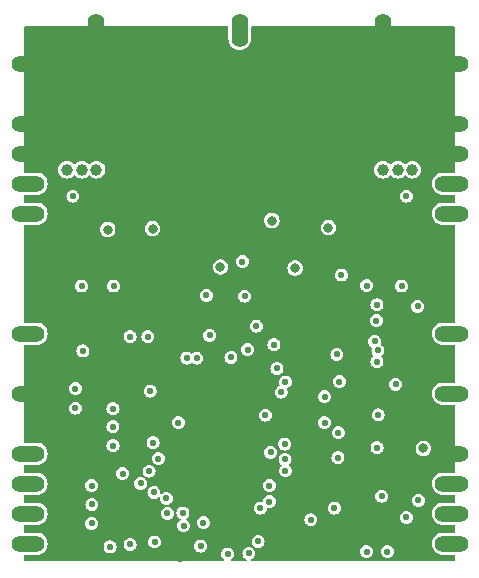
<source format=gbl>
%TF.GenerationSoftware,KiCad,Pcbnew,9.0.1*%
%TF.CreationDate,2025-04-05T23:32:22-07:00*%
%TF.ProjectId,LT8491-mezzanine,4c543834-3931-42d6-9d65-7a7a616e696e,1.1*%
%TF.SameCoordinates,Original*%
%TF.FileFunction,Copper,L6,Bot*%
%TF.FilePolarity,Positive*%
%FSLAX46Y46*%
G04 Gerber Fmt 4.6, Leading zero omitted, Abs format (unit mm)*
G04 Created by KiCad (PCBNEW 9.0.1) date 2025-04-05 23:32:22*
%MOMM*%
%LPD*%
G01*
G04 APERTURE LIST*
%TA.AperFunction,ComponentPad*%
%ADD10C,1.400000*%
%TD*%
%TA.AperFunction,SMDPad,CuDef*%
%ADD11R,1.400000X1.400000*%
%TD*%
%TA.AperFunction,ViaPad*%
%ADD12C,0.584200*%
%TD*%
%TA.AperFunction,ViaPad*%
%ADD13C,1.000000*%
%TD*%
%TA.AperFunction,ViaPad*%
%ADD14C,0.800000*%
%TD*%
G04 APERTURE END LIST*
D10*
%TO.P,J2,1,Pin_1*%
%TO.N,GND*%
X129250000Y-86910000D03*
D11*
X129950000Y-86910000D03*
D10*
X130650000Y-86910000D03*
%TD*%
%TO.P,J12,1,Pin_1*%
%TO.N,GND*%
X165099997Y-79290012D03*
D11*
X165799997Y-79290012D03*
D10*
X166499997Y-79290012D03*
%TD*%
%TO.P,J10,1,Pin_1*%
%TO.N,REG_{FAULT}*%
X165100000Y-114850000D03*
D11*
X165800000Y-114850000D03*
D10*
X166500000Y-114850000D03*
%TD*%
%TO.P,J3,1,Pin_1*%
%TO.N,VSOLAR*%
X129250000Y-89450000D03*
D11*
X129950000Y-89450000D03*
D10*
X130650000Y-89450000D03*
%TD*%
%TO.P,J1,1,Pin_1*%
%TO.N,GND*%
X129250000Y-84370000D03*
D11*
X129950000Y-84370000D03*
D10*
X130650000Y-84370000D03*
%TD*%
%TO.P,J7,1,Pin_1*%
%TO.N,VBATT*%
X165100000Y-89450000D03*
D11*
X165800000Y-89450000D03*
D10*
X166500000Y-89450000D03*
%TD*%
%TO.P,J9,1,Pin_1*%
%TO.N,unconnected-(J9-Pin_1-Pad1)_2*%
X129250000Y-117390000D03*
D11*
%TO.N,unconnected-(J9-Pin_1-Pad1)*%
X129950000Y-117390000D03*
D10*
%TO.N,unconnected-(J9-Pin_1-Pad1)_3*%
X130650000Y-117390000D03*
%TD*%
%TO.P,J24,1,Pin_1*%
%TO.N,unconnected-(J24-Pin_1-Pad1)_2*%
X129250000Y-114850000D03*
D11*
%TO.N,unconnected-(J24-Pin_1-Pad1)_3*%
X129950000Y-114850000D03*
D10*
%TO.N,unconnected-(J24-Pin_1-Pad1)*%
X130650000Y-114850000D03*
%TD*%
%TO.P,J14,1,Pin_1*%
%TO.N,GND*%
X129250000Y-107230000D03*
D11*
X129950000Y-107230000D03*
D10*
X130650000Y-107230000D03*
%TD*%
%TO.P,J19,1,Pin_1*%
%TO.N,GND*%
X135750000Y-77150000D03*
D11*
X135750000Y-76450000D03*
D10*
X135750000Y-75750000D03*
%TD*%
%TO.P,J4,1,Pin_1*%
%TO.N,VSOLAR*%
X129250000Y-91990000D03*
D11*
X129950000Y-91990000D03*
D10*
X130650000Y-91990000D03*
%TD*%
%TO.P,J11,1,Pin_1*%
%TO.N,GND*%
X129250000Y-79290000D03*
D11*
X129950000Y-79290000D03*
D10*
X130650000Y-79290000D03*
%TD*%
%TO.P,J8,1,Pin_1*%
%TO.N,VBATT*%
X165100000Y-91990000D03*
D11*
X165800000Y-91990000D03*
D10*
X166500000Y-91990000D03*
%TD*%
%TO.P,J16,1,Pin_1*%
%TO.N,/SYNC*%
X165100000Y-102150000D03*
D11*
X165800000Y-102150000D03*
D10*
X166500000Y-102150000D03*
%TD*%
%TO.P,J13,1,Pin_1*%
%TO.N,unconnected-(J13-Pin_1-Pad1)_1*%
X129250000Y-102150000D03*
D11*
%TO.N,unconnected-(J13-Pin_1-Pad1)_3*%
X129950000Y-102150000D03*
D10*
%TO.N,unconnected-(J13-Pin_1-Pad1)*%
X130650000Y-102150000D03*
%TD*%
%TO.P,J6,1,Pin_1*%
%TO.N,GND*%
X165100000Y-86910000D03*
D11*
X165800000Y-86910000D03*
D10*
X166500000Y-86910000D03*
%TD*%
%TO.P,J20,1,Pin_1*%
%TO.N,unconnected-(J20-Pin_1-Pad1)_2*%
X147875000Y-77150000D03*
D11*
%TO.N,unconnected-(J20-Pin_1-Pad1)_3*%
X147875000Y-76450000D03*
D10*
%TO.N,unconnected-(J20-Pin_1-Pad1)_1*%
X147875000Y-75750000D03*
%TD*%
%TO.P,J5,1,Pin_1*%
%TO.N,GND*%
X165099997Y-84370012D03*
D11*
X165799997Y-84370012D03*
D10*
X166499997Y-84370012D03*
%TD*%
%TO.P,J23,1,Pin_1*%
%TO.N,/SCL*%
X165100000Y-117390000D03*
D11*
X165800000Y-117390000D03*
D10*
X166500000Y-117390000D03*
%TD*%
%TO.P,J25,1,Pin_1*%
%TO.N,REG_{STATUS}*%
X129250000Y-119930000D03*
D11*
X129950000Y-119930000D03*
D10*
X130650000Y-119930000D03*
%TD*%
%TO.P,J15,1,Pin_1*%
%TO.N,V_{DD}*%
X129250000Y-112310000D03*
D11*
X129950000Y-112310000D03*
D10*
X130650000Y-112310000D03*
%TD*%
%TO.P,J22,1,Pin_1*%
%TO.N,/SDA*%
X165100000Y-119930000D03*
D11*
X165800000Y-119930000D03*
D10*
X166500000Y-119930000D03*
%TD*%
%TO.P,J21,1,Pin_1*%
%TO.N,GND*%
X160000000Y-77150000D03*
D11*
X160000000Y-76450000D03*
D10*
X160000000Y-75750000D03*
%TD*%
%TO.P,J17,1,Pin_1*%
%TO.N,/~{SHDN}*%
X165100000Y-107230000D03*
D11*
X165800000Y-107230000D03*
D10*
X166500000Y-107230000D03*
%TD*%
%TO.P,J18,1,Pin_1*%
%TO.N,GND*%
X165100000Y-112310000D03*
D11*
X165800000Y-112310000D03*
D10*
X166500000Y-112310000D03*
%TD*%
D12*
%TO.N,GND*%
X147200000Y-99950000D03*
X155000000Y-104600000D03*
X145400000Y-109100000D03*
D13*
X159999998Y-85750000D03*
X159999998Y-81750000D03*
D12*
X132000000Y-114991424D03*
D13*
X133249998Y-85750000D03*
D12*
X145400000Y-111800000D03*
D13*
X161250000Y-85750000D03*
D12*
X144000000Y-110900000D03*
X163200000Y-109000000D03*
X155000000Y-106150000D03*
X134900000Y-104700000D03*
X150050000Y-99600000D03*
D13*
X135750000Y-85750000D03*
D12*
X132800000Y-118400000D03*
X133310000Y-111790000D03*
X144000000Y-106400000D03*
X155000000Y-113800000D03*
D13*
X146900000Y-107850000D03*
D12*
X144000000Y-110000000D03*
D13*
X134500000Y-81750000D03*
D12*
X144000000Y-112700000D03*
X156100000Y-99800000D03*
X145400000Y-112700000D03*
X131875000Y-116591424D03*
X135550000Y-109250000D03*
X145250000Y-99900000D03*
X159460000Y-118100000D03*
X145400000Y-110900000D03*
X131350000Y-99450000D03*
X151150000Y-99600000D03*
X145400000Y-106400000D03*
X159400000Y-110500000D03*
X131630000Y-109750000D03*
X133372219Y-113027781D03*
X145520000Y-121160000D03*
X131650000Y-96100000D03*
X158080000Y-109680000D03*
X141600000Y-99150000D03*
X163950000Y-96200000D03*
D13*
X146900000Y-109100002D03*
X161250000Y-81750000D03*
D12*
X146126145Y-117943855D03*
X144000000Y-113600000D03*
X152800000Y-117000000D03*
D13*
X134500000Y-85750000D03*
D12*
X145400000Y-107300000D03*
X154550000Y-99650000D03*
D13*
X133249998Y-81750000D03*
D12*
X162350000Y-114225000D03*
D13*
X162500000Y-85750000D03*
D12*
X145400000Y-108200000D03*
X159985537Y-107025537D03*
X159450000Y-113425000D03*
X155050000Y-111500000D03*
X144000000Y-108200000D03*
X156850000Y-102300000D03*
X165100000Y-105700000D03*
X137110000Y-107000000D03*
X144000000Y-109100000D03*
X147580000Y-117890000D03*
D13*
X146900000Y-106600000D03*
D12*
X145400000Y-113600000D03*
D13*
X162500000Y-81750000D03*
D12*
X144000000Y-107300000D03*
X144000000Y-111800000D03*
X142820000Y-121180000D03*
X145400000Y-110000000D03*
X159200000Y-114300000D03*
D13*
X135750000Y-81750000D03*
%TO.N,VBATT*%
X159999998Y-88250000D03*
X161250000Y-88250000D03*
X162500000Y-88250000D03*
%TO.N,VSOLAR*%
X135750000Y-88250000D03*
X133249998Y-88250000D03*
X134500000Y-88250000D03*
D12*
%TO.N,Net-(U4-TEMPSENSE)*%
X150400000Y-116360000D03*
X159900000Y-115900000D03*
%TO.N,GATEV_{CC}*%
X134600000Y-103600000D03*
X150780000Y-103080000D03*
X145325000Y-102275000D03*
X151750000Y-113750000D03*
%TO.N,Net-(U4-IMON_OUT)*%
X149440000Y-119720000D03*
X151031453Y-105080553D03*
X135346529Y-118210000D03*
%TO.N,Net-(U4-CLKDET)*%
X149300000Y-101500000D03*
X143069824Y-117325935D03*
%TO.N,/EXTV_{CC}*%
X142690000Y-109670000D03*
X159460000Y-101030000D03*
X140300000Y-107000000D03*
%TO.N,/V_{OUT}*%
X156490000Y-97170670D03*
X156100000Y-103900000D03*
X159300000Y-102800000D03*
%TO.N,V_{DD}*%
X143140000Y-118400000D03*
X150390000Y-115000000D03*
%TO.N,/AVDD*%
X144559567Y-120116600D03*
X162000000Y-117700000D03*
%TO.N,Net-(Q5B-G1)*%
X159576201Y-103560498D03*
X159600000Y-109016424D03*
%TO.N,SWENO*%
X139500000Y-114810000D03*
X156220000Y-110530000D03*
X150494039Y-112186484D03*
%TO.N,Net-(U4-FBIN)*%
X155900000Y-116900000D03*
X135358576Y-116591424D03*
X151390000Y-107090000D03*
D14*
%TO.N,ECON*%
X163425000Y-111850000D03*
D12*
X138600000Y-119980000D03*
X140210000Y-113780000D03*
%TO.N,REG_{FAULT}*%
X149627121Y-116907121D03*
X163000000Y-116250000D03*
%TO.N,Net-(U4-VINR)*%
X135350000Y-115000000D03*
X141750000Y-117360000D03*
%TO.N,Net-(U4-IIR)*%
X141657329Y-116083400D03*
X151716370Y-112766370D03*
%TO.N,REG_{STATUS}*%
X140608814Y-115563191D03*
X136900000Y-120200000D03*
%TO.N,Net-(U4-LDO33)*%
X140680000Y-119763400D03*
X150050000Y-109040000D03*
%TO.N,Net-(U4-FBOR)*%
X144811849Y-118140157D03*
X153900000Y-117900000D03*
X156319854Y-106198813D03*
X151750000Y-106220000D03*
%TO.N,/V_{SW1}*%
X140100000Y-102400000D03*
D14*
X140500000Y-93250000D03*
D12*
%TO.N,/V_{SW2}*%
X143400000Y-104200000D03*
D14*
X150600000Y-92559292D03*
%TO.N,/TG1*%
X136700000Y-93325000D03*
D12*
X138600000Y-102400000D03*
D14*
%TO.N,/BG1*%
X146250000Y-96500000D03*
D12*
X147130000Y-104140000D03*
D14*
%TO.N,/BG2*%
X152580000Y-96590000D03*
D12*
X145056167Y-98891389D03*
D14*
%TO.N,/TG2*%
X155389622Y-93170827D03*
D12*
X144247971Y-104209976D03*
%TO.N,/CSPIN*%
X134500000Y-98100000D03*
X137150000Y-111610000D03*
%TO.N,/CSNIN*%
X137200005Y-98100007D03*
X133969100Y-106795000D03*
%TO.N,/CSPOUT*%
X137140000Y-110000000D03*
X158637500Y-98071064D03*
%TO.N,/CSNOUT*%
X161578511Y-98100000D03*
X137150000Y-108500000D03*
%TO.N,/CSNIN_0*%
X133969100Y-108445000D03*
X140542879Y-111357121D03*
%TO.N,/FBIN*%
X159509100Y-111799643D03*
X137975000Y-114000000D03*
X140990000Y-112730000D03*
X133750000Y-90500000D03*
%TO.N,/FBOUT*%
X162000000Y-90500000D03*
X161080000Y-106420000D03*
X162943400Y-99820000D03*
%TO.N,/FBOUT_0*%
X159500000Y-99700000D03*
X159500000Y-104500000D03*
%TO.N,Net-(NT1-Pad2)*%
X155060000Y-109680000D03*
X148300000Y-98962500D03*
%TO.N,/~{SHDN}*%
X151680000Y-111490000D03*
X156189600Y-112638394D03*
%TO.N,/SYNC*%
X148550000Y-103500000D03*
%TO.N,/SDA*%
X160375000Y-120590000D03*
X146850000Y-120780000D03*
%TO.N,/SCL*%
X158625000Y-120590000D03*
X148649998Y-120750000D03*
%TO.N,/RS+*%
X148100009Y-96037502D03*
X155070000Y-107483400D03*
%TD*%
%TA.AperFunction,Conductor*%
%TO.N,GND*%
G36*
X146902194Y-76149806D02*
G01*
X146920500Y-76194000D01*
X146920500Y-77100033D01*
X146920199Y-77106158D01*
X146915882Y-77149999D01*
X146915882Y-77150001D01*
X146934310Y-77337113D01*
X146988892Y-77517042D01*
X147077519Y-77682851D01*
X147077521Y-77682855D01*
X147077523Y-77682857D01*
X147196801Y-77828199D01*
X147342143Y-77947477D01*
X147342146Y-77947478D01*
X147342148Y-77947480D01*
X147507957Y-78036107D01*
X147507961Y-78036109D01*
X147687885Y-78090689D01*
X147875000Y-78109118D01*
X148062115Y-78090689D01*
X148242039Y-78036109D01*
X148407857Y-77947477D01*
X148553199Y-77828199D01*
X148672477Y-77682857D01*
X148761109Y-77517039D01*
X148815689Y-77337115D01*
X148834118Y-77150000D01*
X148829800Y-77106166D01*
X148829499Y-77100039D01*
X148829499Y-76194000D01*
X148847805Y-76149806D01*
X148891999Y-76131500D01*
X166056000Y-76131500D01*
X166100194Y-76149806D01*
X166118500Y-76194000D01*
X166118500Y-88433000D01*
X166100194Y-88477194D01*
X166056000Y-88495500D01*
X165149965Y-88495500D01*
X165143840Y-88495199D01*
X165100002Y-88490882D01*
X165099999Y-88490882D01*
X164912886Y-88509310D01*
X164732957Y-88563892D01*
X164567148Y-88652519D01*
X164567137Y-88652527D01*
X164421802Y-88771799D01*
X164421799Y-88771802D01*
X164302527Y-88917137D01*
X164302519Y-88917148D01*
X164213892Y-89082957D01*
X164159310Y-89262886D01*
X164140882Y-89449999D01*
X164140882Y-89450000D01*
X164159310Y-89637113D01*
X164213892Y-89817042D01*
X164302519Y-89982851D01*
X164302521Y-89982855D01*
X164302523Y-89982857D01*
X164421801Y-90128199D01*
X164567143Y-90247477D01*
X164567146Y-90247478D01*
X164567148Y-90247480D01*
X164718499Y-90328379D01*
X164732961Y-90336109D01*
X164912885Y-90390689D01*
X165100000Y-90409118D01*
X165143833Y-90404799D01*
X165149959Y-90404499D01*
X166056000Y-90404499D01*
X166100194Y-90422805D01*
X166118500Y-90466999D01*
X166118500Y-90973000D01*
X166100194Y-91017194D01*
X166056000Y-91035500D01*
X165149965Y-91035500D01*
X165143840Y-91035199D01*
X165100002Y-91030882D01*
X165099999Y-91030882D01*
X164912886Y-91049310D01*
X164732957Y-91103892D01*
X164567148Y-91192519D01*
X164567137Y-91192527D01*
X164421802Y-91311799D01*
X164421799Y-91311802D01*
X164302527Y-91457137D01*
X164302519Y-91457148D01*
X164213892Y-91622957D01*
X164159310Y-91802886D01*
X164140882Y-91989999D01*
X164140882Y-91990000D01*
X164159310Y-92177113D01*
X164213892Y-92357042D01*
X164302519Y-92522851D01*
X164302527Y-92522862D01*
X164421799Y-92668197D01*
X164421802Y-92668200D01*
X164501522Y-92733624D01*
X164567143Y-92787477D01*
X164567146Y-92787478D01*
X164567148Y-92787480D01*
X164711115Y-92864432D01*
X164732961Y-92876109D01*
X164912885Y-92930689D01*
X165100000Y-92949118D01*
X165143833Y-92944799D01*
X165149959Y-92944499D01*
X166056000Y-92944499D01*
X166100194Y-92962805D01*
X166118500Y-93006999D01*
X166118500Y-101133000D01*
X166100194Y-101177194D01*
X166056000Y-101195500D01*
X165149965Y-101195500D01*
X165143840Y-101195199D01*
X165100002Y-101190882D01*
X165099999Y-101190882D01*
X164912886Y-101209310D01*
X164732957Y-101263892D01*
X164567148Y-101352519D01*
X164567137Y-101352527D01*
X164421802Y-101471799D01*
X164421799Y-101471802D01*
X164302527Y-101617137D01*
X164302519Y-101617148D01*
X164213892Y-101782957D01*
X164159310Y-101962886D01*
X164140882Y-102149999D01*
X164140882Y-102150000D01*
X164159310Y-102337113D01*
X164213892Y-102517042D01*
X164302519Y-102682851D01*
X164302527Y-102682862D01*
X164404838Y-102807530D01*
X164421801Y-102828199D01*
X164567143Y-102947477D01*
X164567146Y-102947478D01*
X164567148Y-102947480D01*
X164718499Y-103028379D01*
X164732961Y-103036109D01*
X164912885Y-103090689D01*
X165100000Y-103109118D01*
X165143833Y-103104799D01*
X165149959Y-103104499D01*
X166056000Y-103104499D01*
X166100194Y-103122805D01*
X166118500Y-103166999D01*
X166118500Y-106213000D01*
X166100194Y-106257194D01*
X166056000Y-106275500D01*
X165149965Y-106275500D01*
X165143840Y-106275199D01*
X165100002Y-106270882D01*
X165099999Y-106270882D01*
X164912886Y-106289310D01*
X164732957Y-106343892D01*
X164567148Y-106432519D01*
X164567137Y-106432527D01*
X164421802Y-106551799D01*
X164421799Y-106551802D01*
X164302527Y-106697137D01*
X164302519Y-106697148D01*
X164213892Y-106862957D01*
X164159310Y-107042886D01*
X164140882Y-107229999D01*
X164140882Y-107230000D01*
X164159310Y-107417113D01*
X164213892Y-107597042D01*
X164302519Y-107762851D01*
X164302527Y-107762862D01*
X164421799Y-107908197D01*
X164421802Y-107908200D01*
X164427004Y-107912469D01*
X164567143Y-108027477D01*
X164567146Y-108027478D01*
X164567148Y-108027480D01*
X164721829Y-108110159D01*
X164732961Y-108116109D01*
X164912885Y-108170689D01*
X165100000Y-108189118D01*
X165143833Y-108184799D01*
X165149959Y-108184499D01*
X166056000Y-108184499D01*
X166100194Y-108202805D01*
X166118500Y-108246999D01*
X166118500Y-113833000D01*
X166100194Y-113877194D01*
X166056000Y-113895500D01*
X165149965Y-113895500D01*
X165143840Y-113895199D01*
X165100002Y-113890882D01*
X165099999Y-113890882D01*
X164912886Y-113909310D01*
X164732957Y-113963892D01*
X164567148Y-114052519D01*
X164567137Y-114052527D01*
X164421802Y-114171799D01*
X164421799Y-114171802D01*
X164302527Y-114317137D01*
X164302519Y-114317148D01*
X164213892Y-114482957D01*
X164159310Y-114662886D01*
X164140882Y-114849999D01*
X164140882Y-114850000D01*
X164159310Y-115037113D01*
X164213892Y-115217042D01*
X164302519Y-115382851D01*
X164302527Y-115382862D01*
X164421799Y-115528197D01*
X164421802Y-115528200D01*
X164464439Y-115563191D01*
X164567143Y-115647477D01*
X164567146Y-115647478D01*
X164567148Y-115647480D01*
X164718499Y-115728379D01*
X164732961Y-115736109D01*
X164912885Y-115790689D01*
X165100000Y-115809118D01*
X165143833Y-115804799D01*
X165149959Y-115804499D01*
X166056000Y-115804499D01*
X166100194Y-115822805D01*
X166118500Y-115866999D01*
X166118500Y-116373000D01*
X166100194Y-116417194D01*
X166056000Y-116435500D01*
X165149965Y-116435500D01*
X165143840Y-116435199D01*
X165100002Y-116430882D01*
X165099999Y-116430882D01*
X164912886Y-116449310D01*
X164732957Y-116503892D01*
X164567148Y-116592519D01*
X164567137Y-116592527D01*
X164421802Y-116711799D01*
X164421799Y-116711802D01*
X164302527Y-116857137D01*
X164302519Y-116857148D01*
X164213892Y-117022957D01*
X164159310Y-117202886D01*
X164140882Y-117389999D01*
X164140882Y-117390000D01*
X164159310Y-117577113D01*
X164213892Y-117757042D01*
X164302519Y-117922851D01*
X164302527Y-117922862D01*
X164421799Y-118068197D01*
X164421802Y-118068200D01*
X164448171Y-118089840D01*
X164567143Y-118187477D01*
X164567146Y-118187478D01*
X164567148Y-118187480D01*
X164697789Y-118257309D01*
X164732961Y-118276109D01*
X164912885Y-118330689D01*
X165100000Y-118349118D01*
X165143833Y-118344799D01*
X165149959Y-118344499D01*
X166056000Y-118344499D01*
X166100194Y-118362805D01*
X166118500Y-118406999D01*
X166118500Y-118913000D01*
X166100194Y-118957194D01*
X166056000Y-118975500D01*
X165149965Y-118975500D01*
X165143840Y-118975199D01*
X165100002Y-118970882D01*
X165099999Y-118970882D01*
X164912886Y-118989310D01*
X164732957Y-119043892D01*
X164567148Y-119132519D01*
X164567137Y-119132527D01*
X164421802Y-119251799D01*
X164421799Y-119251802D01*
X164302527Y-119397137D01*
X164302519Y-119397148D01*
X164213892Y-119562957D01*
X164159310Y-119742886D01*
X164140882Y-119929999D01*
X164140882Y-119930000D01*
X164159310Y-120117113D01*
X164213892Y-120297042D01*
X164302519Y-120462851D01*
X164302527Y-120462862D01*
X164421075Y-120607315D01*
X164421801Y-120608199D01*
X164567143Y-120727477D01*
X164567146Y-120727478D01*
X164567148Y-120727480D01*
X164718499Y-120808379D01*
X164732961Y-120816109D01*
X164912885Y-120870689D01*
X165100000Y-120889118D01*
X165143833Y-120884799D01*
X165149959Y-120884499D01*
X166056000Y-120884499D01*
X166100194Y-120902805D01*
X166118500Y-120946999D01*
X166118500Y-121306000D01*
X166100194Y-121350194D01*
X166056000Y-121368500D01*
X148899352Y-121368500D01*
X148855158Y-121350194D01*
X148836852Y-121306000D01*
X148855158Y-121261806D01*
X148875435Y-121248257D01*
X148925657Y-121227455D01*
X149039838Y-121139840D01*
X149127453Y-121025659D01*
X149182529Y-120892691D01*
X149186088Y-120865657D01*
X149201315Y-120750002D01*
X149201315Y-120749997D01*
X149182530Y-120607315D01*
X149182529Y-120607313D01*
X149182529Y-120607309D01*
X149175358Y-120589997D01*
X158073683Y-120589997D01*
X158073683Y-120590002D01*
X158092467Y-120732684D01*
X158092468Y-120732689D01*
X158092469Y-120732691D01*
X158147545Y-120865659D01*
X158235160Y-120979840D01*
X158349341Y-121067455D01*
X158482309Y-121122531D01*
X158482313Y-121122531D01*
X158482315Y-121122532D01*
X158624997Y-121141317D01*
X158625000Y-121141317D01*
X158625003Y-121141317D01*
X158767684Y-121122532D01*
X158767684Y-121122531D01*
X158767691Y-121122531D01*
X158900659Y-121067455D01*
X159014840Y-120979840D01*
X159102455Y-120865659D01*
X159157531Y-120732691D01*
X159158217Y-120727480D01*
X159176317Y-120590002D01*
X159176317Y-120589997D01*
X159823683Y-120589997D01*
X159823683Y-120590002D01*
X159842467Y-120732684D01*
X159842468Y-120732689D01*
X159842469Y-120732691D01*
X159897545Y-120865659D01*
X159985160Y-120979840D01*
X160099341Y-121067455D01*
X160232309Y-121122531D01*
X160232313Y-121122531D01*
X160232315Y-121122532D01*
X160374997Y-121141317D01*
X160375000Y-121141317D01*
X160375003Y-121141317D01*
X160517684Y-121122532D01*
X160517684Y-121122531D01*
X160517691Y-121122531D01*
X160650659Y-121067455D01*
X160764840Y-120979840D01*
X160852455Y-120865659D01*
X160907531Y-120732691D01*
X160908217Y-120727480D01*
X160926317Y-120590002D01*
X160926317Y-120589997D01*
X160907532Y-120447315D01*
X160907531Y-120447313D01*
X160907531Y-120447309D01*
X160852455Y-120314342D01*
X160764840Y-120200160D01*
X160764838Y-120200159D01*
X160764838Y-120200158D01*
X160663872Y-120122684D01*
X160650659Y-120112545D01*
X160644128Y-120109840D01*
X160611708Y-120096411D01*
X160517691Y-120057469D01*
X160517689Y-120057468D01*
X160517684Y-120057467D01*
X160375003Y-120038683D01*
X160374997Y-120038683D01*
X160232315Y-120057467D01*
X160232309Y-120057469D01*
X160099341Y-120112545D01*
X159985159Y-120200159D01*
X159897545Y-120314341D01*
X159842469Y-120447309D01*
X159842467Y-120447315D01*
X159823683Y-120589997D01*
X159176317Y-120589997D01*
X159157532Y-120447315D01*
X159157531Y-120447313D01*
X159157531Y-120447309D01*
X159102455Y-120314342D01*
X159014840Y-120200160D01*
X159014838Y-120200159D01*
X159014838Y-120200158D01*
X158913872Y-120122684D01*
X158900659Y-120112545D01*
X158894128Y-120109840D01*
X158861708Y-120096411D01*
X158767691Y-120057469D01*
X158767689Y-120057468D01*
X158767684Y-120057467D01*
X158625003Y-120038683D01*
X158624997Y-120038683D01*
X158482315Y-120057467D01*
X158482309Y-120057469D01*
X158349341Y-120112545D01*
X158235159Y-120200159D01*
X158147545Y-120314341D01*
X158092469Y-120447309D01*
X158092467Y-120447315D01*
X158073683Y-120589997D01*
X149175358Y-120589997D01*
X149127453Y-120474342D01*
X149039838Y-120360160D01*
X149039836Y-120360159D01*
X149039836Y-120360158D01*
X148964752Y-120302544D01*
X148925657Y-120272545D01*
X148922692Y-120271317D01*
X148877338Y-120252531D01*
X148792689Y-120217469D01*
X148792687Y-120217468D01*
X148792682Y-120217467D01*
X148650001Y-120198683D01*
X148649995Y-120198683D01*
X148507313Y-120217467D01*
X148507307Y-120217469D01*
X148374339Y-120272545D01*
X148260157Y-120360159D01*
X148172543Y-120474341D01*
X148117467Y-120607309D01*
X148117465Y-120607315D01*
X148098681Y-120749997D01*
X148098681Y-120750002D01*
X148117465Y-120892684D01*
X148117466Y-120892689D01*
X148117467Y-120892691D01*
X148172543Y-121025659D01*
X148260158Y-121139840D01*
X148374339Y-121227455D01*
X148424561Y-121248257D01*
X148458386Y-121282082D01*
X148458387Y-121329917D01*
X148424562Y-121363742D01*
X148400644Y-121368500D01*
X147165061Y-121368500D01*
X147120867Y-121350194D01*
X147102561Y-121306000D01*
X147120867Y-121261806D01*
X147127003Y-121256423D01*
X147239840Y-121169840D01*
X147327455Y-121055659D01*
X147382531Y-120922691D01*
X147396563Y-120816109D01*
X147401317Y-120780002D01*
X147401317Y-120779997D01*
X147382532Y-120637315D01*
X147382531Y-120637313D01*
X147382531Y-120637309D01*
X147327455Y-120504342D01*
X147239840Y-120390160D01*
X147239838Y-120390159D01*
X147239838Y-120390158D01*
X147177969Y-120342684D01*
X147125659Y-120302545D01*
X147112373Y-120297042D01*
X147053231Y-120272545D01*
X146992691Y-120247469D01*
X146992689Y-120247468D01*
X146992684Y-120247467D01*
X146850003Y-120228683D01*
X146849997Y-120228683D01*
X146707315Y-120247467D01*
X146707309Y-120247469D01*
X146574341Y-120302545D01*
X146460159Y-120390159D01*
X146372545Y-120504341D01*
X146317469Y-120637309D01*
X146317467Y-120637315D01*
X146298683Y-120779997D01*
X146298683Y-120780002D01*
X146317467Y-120922684D01*
X146317468Y-120922689D01*
X146317469Y-120922691D01*
X146372545Y-121055659D01*
X146460160Y-121169840D01*
X146572988Y-121256416D01*
X146596904Y-121297842D01*
X146584524Y-121344048D01*
X146543097Y-121367965D01*
X146534939Y-121368500D01*
X129694000Y-121368500D01*
X129649806Y-121350194D01*
X129631500Y-121306000D01*
X129631500Y-120946999D01*
X129649806Y-120902805D01*
X129694000Y-120884499D01*
X130600032Y-120884499D01*
X130606158Y-120884800D01*
X130649999Y-120889118D01*
X130649999Y-120889117D01*
X130650000Y-120889118D01*
X130837115Y-120870689D01*
X131017039Y-120816109D01*
X131182857Y-120727477D01*
X131328199Y-120608199D01*
X131447477Y-120462857D01*
X131536109Y-120297039D01*
X131565547Y-120199997D01*
X136348683Y-120199997D01*
X136348683Y-120200002D01*
X136367467Y-120342684D01*
X136367468Y-120342689D01*
X136367469Y-120342691D01*
X136422545Y-120475659D01*
X136510160Y-120589840D01*
X136624341Y-120677455D01*
X136757309Y-120732531D01*
X136757313Y-120732531D01*
X136757315Y-120732532D01*
X136899997Y-120751317D01*
X136900000Y-120751317D01*
X136900003Y-120751317D01*
X137042684Y-120732532D01*
X137042684Y-120732531D01*
X137042691Y-120732531D01*
X137175659Y-120677455D01*
X137289840Y-120589840D01*
X137377455Y-120475659D01*
X137432531Y-120342691D01*
X137436263Y-120314342D01*
X137451317Y-120200002D01*
X137451317Y-120199997D01*
X137432532Y-120057315D01*
X137432531Y-120057313D01*
X137432531Y-120057309D01*
X137400508Y-119979997D01*
X138048683Y-119979997D01*
X138048683Y-119980002D01*
X138067467Y-120122684D01*
X138067468Y-120122689D01*
X138067469Y-120122691D01*
X138122545Y-120255659D01*
X138210160Y-120369840D01*
X138324341Y-120457455D01*
X138457309Y-120512531D01*
X138457313Y-120512531D01*
X138457315Y-120512532D01*
X138599997Y-120531317D01*
X138600000Y-120531317D01*
X138600003Y-120531317D01*
X138742684Y-120512532D01*
X138742684Y-120512531D01*
X138742691Y-120512531D01*
X138875659Y-120457455D01*
X138989840Y-120369840D01*
X139077455Y-120255659D01*
X139132531Y-120122691D01*
X139143591Y-120038683D01*
X139151317Y-119980002D01*
X139151317Y-119979997D01*
X139132532Y-119837315D01*
X139132531Y-119837313D01*
X139132531Y-119837309D01*
X139101916Y-119763397D01*
X140128683Y-119763397D01*
X140128683Y-119763402D01*
X140147467Y-119906084D01*
X140147468Y-119906089D01*
X140147469Y-119906091D01*
X140202545Y-120039059D01*
X140290160Y-120153240D01*
X140404341Y-120240855D01*
X140537309Y-120295931D01*
X140537313Y-120295931D01*
X140537315Y-120295932D01*
X140679997Y-120314717D01*
X140680000Y-120314717D01*
X140680003Y-120314717D01*
X140822684Y-120295932D01*
X140822684Y-120295931D01*
X140822691Y-120295931D01*
X140955659Y-120240855D01*
X141069840Y-120153240D01*
X141097957Y-120116597D01*
X144008250Y-120116597D01*
X144008250Y-120116602D01*
X144027034Y-120259284D01*
X144027035Y-120259289D01*
X144027036Y-120259291D01*
X144049839Y-120314343D01*
X144081242Y-120390160D01*
X144082112Y-120392259D01*
X144169727Y-120506440D01*
X144283908Y-120594055D01*
X144416876Y-120649131D01*
X144416880Y-120649131D01*
X144416882Y-120649132D01*
X144559564Y-120667917D01*
X144559567Y-120667917D01*
X144559570Y-120667917D01*
X144702251Y-120649132D01*
X144702251Y-120649131D01*
X144702258Y-120649131D01*
X144835226Y-120594055D01*
X144949407Y-120506440D01*
X145037022Y-120392259D01*
X145092098Y-120259291D01*
X145092576Y-120255659D01*
X145110884Y-120116602D01*
X145110884Y-120116597D01*
X145092099Y-119973915D01*
X145092098Y-119973913D01*
X145092098Y-119973909D01*
X145037022Y-119840942D01*
X144949407Y-119726760D01*
X144949405Y-119726759D01*
X144949405Y-119726758D01*
X144940594Y-119719997D01*
X148888683Y-119719997D01*
X148888683Y-119720002D01*
X148907467Y-119862684D01*
X148907468Y-119862689D01*
X148907469Y-119862691D01*
X148933005Y-119924341D01*
X148953538Y-119973915D01*
X148962545Y-119995659D01*
X149050160Y-120109840D01*
X149164341Y-120197455D01*
X149297309Y-120252531D01*
X149297313Y-120252531D01*
X149297315Y-120252532D01*
X149439997Y-120271317D01*
X149440000Y-120271317D01*
X149440003Y-120271317D01*
X149582684Y-120252532D01*
X149582684Y-120252531D01*
X149582691Y-120252531D01*
X149715659Y-120197455D01*
X149829840Y-120109840D01*
X149917455Y-119995659D01*
X149972531Y-119862691D01*
X149975394Y-119840942D01*
X149991317Y-119720002D01*
X149991317Y-119719997D01*
X149972532Y-119577315D01*
X149972531Y-119577313D01*
X149972531Y-119577309D01*
X149917455Y-119444342D01*
X149829840Y-119330160D01*
X149829838Y-119330159D01*
X149829838Y-119330158D01*
X149772217Y-119285944D01*
X149715659Y-119242545D01*
X149582691Y-119187469D01*
X149582689Y-119187468D01*
X149582684Y-119187467D01*
X149440003Y-119168683D01*
X149439997Y-119168683D01*
X149297315Y-119187467D01*
X149297309Y-119187469D01*
X149164341Y-119242545D01*
X149050159Y-119330159D01*
X148962545Y-119444341D01*
X148907469Y-119577309D01*
X148907467Y-119577315D01*
X148888683Y-119719997D01*
X144940594Y-119719997D01*
X144872138Y-119667469D01*
X144835226Y-119639145D01*
X144702258Y-119584069D01*
X144702256Y-119584068D01*
X144702251Y-119584067D01*
X144559570Y-119565283D01*
X144559564Y-119565283D01*
X144416882Y-119584067D01*
X144416876Y-119584069D01*
X144283908Y-119639145D01*
X144169726Y-119726759D01*
X144082112Y-119840941D01*
X144027036Y-119973909D01*
X144027034Y-119973915D01*
X144008250Y-120116597D01*
X141097957Y-120116597D01*
X141157455Y-120039059D01*
X141212531Y-119906091D01*
X141231317Y-119763400D01*
X141228616Y-119742886D01*
X141212532Y-119620715D01*
X141212531Y-119620713D01*
X141212531Y-119620709D01*
X141157455Y-119487742D01*
X141069840Y-119373560D01*
X141069838Y-119373559D01*
X141069838Y-119373558D01*
X141013278Y-119330158D01*
X140955659Y-119285945D01*
X140822691Y-119230869D01*
X140822689Y-119230868D01*
X140822684Y-119230867D01*
X140680003Y-119212083D01*
X140679997Y-119212083D01*
X140537315Y-119230867D01*
X140537309Y-119230869D01*
X140404341Y-119285945D01*
X140290159Y-119373559D01*
X140202545Y-119487741D01*
X140147469Y-119620709D01*
X140147467Y-119620715D01*
X140128683Y-119763397D01*
X139101916Y-119763397D01*
X139077455Y-119704342D01*
X138989840Y-119590160D01*
X138989838Y-119590159D01*
X138989838Y-119590158D01*
X138936706Y-119549388D01*
X138875659Y-119502545D01*
X138742691Y-119447469D01*
X138742689Y-119447468D01*
X138742684Y-119447467D01*
X138600003Y-119428683D01*
X138599997Y-119428683D01*
X138457315Y-119447467D01*
X138457309Y-119447469D01*
X138324341Y-119502545D01*
X138210159Y-119590159D01*
X138122545Y-119704341D01*
X138067469Y-119837309D01*
X138067467Y-119837315D01*
X138048683Y-119979997D01*
X137400508Y-119979997D01*
X137377455Y-119924342D01*
X137289840Y-119810160D01*
X137289838Y-119810159D01*
X137289838Y-119810158D01*
X137228898Y-119763397D01*
X137175659Y-119722545D01*
X137169507Y-119719997D01*
X137131710Y-119704341D01*
X137042691Y-119667469D01*
X137042689Y-119667468D01*
X137042684Y-119667467D01*
X136900003Y-119648683D01*
X136899997Y-119648683D01*
X136757315Y-119667467D01*
X136757309Y-119667469D01*
X136624341Y-119722545D01*
X136510159Y-119810159D01*
X136422545Y-119924341D01*
X136367469Y-120057309D01*
X136367467Y-120057315D01*
X136348683Y-120199997D01*
X131565547Y-120199997D01*
X131590689Y-120117115D01*
X131609118Y-119930000D01*
X131590689Y-119742885D01*
X131536109Y-119562961D01*
X131495904Y-119487743D01*
X131447480Y-119397148D01*
X131447478Y-119397146D01*
X131447477Y-119397143D01*
X131328199Y-119251801D01*
X131316920Y-119242545D01*
X131182862Y-119132527D01*
X131182860Y-119132526D01*
X131182857Y-119132523D01*
X131182855Y-119132521D01*
X131182851Y-119132519D01*
X131017042Y-119043892D01*
X130837113Y-118989310D01*
X130650000Y-118970882D01*
X130606167Y-118975199D01*
X130600041Y-118975500D01*
X129694000Y-118975500D01*
X129649806Y-118957194D01*
X129631500Y-118913000D01*
X129631500Y-118406999D01*
X129649806Y-118362805D01*
X129694000Y-118344499D01*
X130600032Y-118344499D01*
X130606158Y-118344800D01*
X130649999Y-118349118D01*
X130649999Y-118349117D01*
X130650000Y-118349118D01*
X130837115Y-118330689D01*
X131017039Y-118276109D01*
X131140725Y-118209997D01*
X134795212Y-118209997D01*
X134795212Y-118210002D01*
X134813996Y-118352684D01*
X134813997Y-118352689D01*
X134813998Y-118352691D01*
X134869074Y-118485659D01*
X134956689Y-118599840D01*
X135070870Y-118687455D01*
X135203838Y-118742531D01*
X135203842Y-118742531D01*
X135203844Y-118742532D01*
X135346526Y-118761317D01*
X135346529Y-118761317D01*
X135346532Y-118761317D01*
X135489213Y-118742532D01*
X135489213Y-118742531D01*
X135489220Y-118742531D01*
X135622188Y-118687455D01*
X135736369Y-118599840D01*
X135823984Y-118485659D01*
X135879060Y-118352691D01*
X135888256Y-118282841D01*
X135897846Y-118210002D01*
X135897846Y-118209997D01*
X135879061Y-118067315D01*
X135879060Y-118067313D01*
X135879060Y-118067309D01*
X135823984Y-117934342D01*
X135736369Y-117820160D01*
X135736367Y-117820159D01*
X135736367Y-117820158D01*
X135683235Y-117779388D01*
X135622188Y-117732545D01*
X135489220Y-117677469D01*
X135489218Y-117677468D01*
X135489213Y-117677467D01*
X135346532Y-117658683D01*
X135346526Y-117658683D01*
X135203844Y-117677467D01*
X135203838Y-117677469D01*
X135070870Y-117732545D01*
X134956688Y-117820159D01*
X134869074Y-117934341D01*
X134813998Y-118067309D01*
X134813996Y-118067315D01*
X134795212Y-118209997D01*
X131140725Y-118209997D01*
X131182857Y-118187477D01*
X131328199Y-118068199D01*
X131447477Y-117922857D01*
X131536109Y-117757039D01*
X131590689Y-117577115D01*
X131609118Y-117390000D01*
X131607882Y-117377455D01*
X131606163Y-117359997D01*
X141198683Y-117359997D01*
X141198683Y-117360002D01*
X141217467Y-117502684D01*
X141217468Y-117502689D01*
X141217469Y-117502691D01*
X141272545Y-117635659D01*
X141360160Y-117749840D01*
X141474341Y-117837455D01*
X141607309Y-117892531D01*
X141607313Y-117892531D01*
X141607315Y-117892532D01*
X141749997Y-117911317D01*
X141750000Y-117911317D01*
X141750003Y-117911317D01*
X141892684Y-117892532D01*
X141892684Y-117892531D01*
X141892691Y-117892531D01*
X142025659Y-117837455D01*
X142139840Y-117749840D01*
X142227455Y-117635659D01*
X142282531Y-117502691D01*
X142290830Y-117439653D01*
X142301317Y-117360002D01*
X142301317Y-117359997D01*
X142296832Y-117325932D01*
X142518507Y-117325932D01*
X142518507Y-117325937D01*
X142537291Y-117468619D01*
X142537292Y-117468624D01*
X142537293Y-117468626D01*
X142592369Y-117601594D01*
X142679984Y-117715775D01*
X142794165Y-117803390D01*
X142840573Y-117822612D01*
X142874398Y-117856437D01*
X142874399Y-117904272D01*
X142854704Y-117929939D01*
X142750160Y-118010159D01*
X142662545Y-118124341D01*
X142607469Y-118257309D01*
X142607467Y-118257315D01*
X142588683Y-118399997D01*
X142588683Y-118400002D01*
X142607467Y-118542684D01*
X142607468Y-118542689D01*
X142607469Y-118542691D01*
X142662545Y-118675659D01*
X142750160Y-118789840D01*
X142864341Y-118877455D01*
X142997309Y-118932531D01*
X142997313Y-118932531D01*
X142997315Y-118932532D01*
X143139997Y-118951317D01*
X143140000Y-118951317D01*
X143140003Y-118951317D01*
X143282684Y-118932532D01*
X143282684Y-118932531D01*
X143282691Y-118932531D01*
X143415659Y-118877455D01*
X143529840Y-118789840D01*
X143617455Y-118675659D01*
X143672531Y-118542691D01*
X143691317Y-118400000D01*
X143685088Y-118352690D01*
X143672532Y-118257315D01*
X143672531Y-118257313D01*
X143672531Y-118257309D01*
X143624004Y-118140154D01*
X144260532Y-118140154D01*
X144260532Y-118140159D01*
X144279316Y-118282841D01*
X144279317Y-118282846D01*
X144279318Y-118282848D01*
X144334394Y-118415816D01*
X144422009Y-118529997D01*
X144536190Y-118617612D01*
X144669158Y-118672688D01*
X144669162Y-118672688D01*
X144669164Y-118672689D01*
X144811846Y-118691474D01*
X144811849Y-118691474D01*
X144811852Y-118691474D01*
X144954533Y-118672689D01*
X144954533Y-118672688D01*
X144954540Y-118672688D01*
X145087508Y-118617612D01*
X145201689Y-118529997D01*
X145289304Y-118415816D01*
X145344380Y-118282848D01*
X145345267Y-118276109D01*
X145363166Y-118140159D01*
X145363166Y-118140154D01*
X145344381Y-117997472D01*
X145344380Y-117997470D01*
X145344380Y-117997466D01*
X145304008Y-117899997D01*
X153348683Y-117899997D01*
X153348683Y-117900002D01*
X153367467Y-118042684D01*
X153367468Y-118042689D01*
X153367469Y-118042691D01*
X153422545Y-118175659D01*
X153510160Y-118289840D01*
X153624341Y-118377455D01*
X153757309Y-118432531D01*
X153757313Y-118432531D01*
X153757315Y-118432532D01*
X153899997Y-118451317D01*
X153900000Y-118451317D01*
X153900003Y-118451317D01*
X154042684Y-118432532D01*
X154042684Y-118432531D01*
X154042691Y-118432531D01*
X154175659Y-118377455D01*
X154289840Y-118289840D01*
X154377455Y-118175659D01*
X154432531Y-118042691D01*
X154441356Y-117975659D01*
X154451317Y-117900002D01*
X154451317Y-117899997D01*
X154432532Y-117757315D01*
X154432531Y-117757313D01*
X154432531Y-117757309D01*
X154408792Y-117699997D01*
X161448683Y-117699997D01*
X161448683Y-117700002D01*
X161467467Y-117842684D01*
X161467468Y-117842689D01*
X161467469Y-117842691D01*
X161522545Y-117975659D01*
X161610160Y-118089840D01*
X161724341Y-118177455D01*
X161857309Y-118232531D01*
X161857313Y-118232531D01*
X161857315Y-118232532D01*
X161999997Y-118251317D01*
X162000000Y-118251317D01*
X162000003Y-118251317D01*
X162142684Y-118232532D01*
X162142684Y-118232531D01*
X162142691Y-118232531D01*
X162275659Y-118177455D01*
X162389840Y-118089840D01*
X162477455Y-117975659D01*
X162532531Y-117842691D01*
X162535497Y-117820160D01*
X162551317Y-117700002D01*
X162551317Y-117699997D01*
X162532532Y-117557315D01*
X162532531Y-117557313D01*
X162532531Y-117557309D01*
X162477455Y-117424342D01*
X162389840Y-117310160D01*
X162389838Y-117310159D01*
X162389838Y-117310158D01*
X162336706Y-117269388D01*
X162275659Y-117222545D01*
X162263032Y-117217315D01*
X162228197Y-117202886D01*
X162142691Y-117167469D01*
X162142689Y-117167468D01*
X162142684Y-117167467D01*
X162000003Y-117148683D01*
X161999997Y-117148683D01*
X161857315Y-117167467D01*
X161857309Y-117167469D01*
X161724341Y-117222545D01*
X161610159Y-117310159D01*
X161522545Y-117424341D01*
X161467469Y-117557309D01*
X161467467Y-117557315D01*
X161448683Y-117699997D01*
X154408792Y-117699997D01*
X154377455Y-117624342D01*
X154289840Y-117510160D01*
X154289838Y-117510159D01*
X154289838Y-117510158D01*
X154197953Y-117439652D01*
X154175659Y-117422545D01*
X154042691Y-117367469D01*
X154042689Y-117367468D01*
X154042684Y-117367467D01*
X153900003Y-117348683D01*
X153899997Y-117348683D01*
X153757315Y-117367467D01*
X153757309Y-117367469D01*
X153624341Y-117422545D01*
X153510159Y-117510159D01*
X153422545Y-117624341D01*
X153367469Y-117757309D01*
X153367467Y-117757315D01*
X153348683Y-117899997D01*
X145304008Y-117899997D01*
X145289304Y-117864499D01*
X145201689Y-117750317D01*
X145201687Y-117750316D01*
X145201687Y-117750315D01*
X145136111Y-117699997D01*
X145087508Y-117662702D01*
X144954540Y-117607626D01*
X144954538Y-117607625D01*
X144954533Y-117607624D01*
X144811852Y-117588840D01*
X144811846Y-117588840D01*
X144669164Y-117607624D01*
X144669158Y-117607626D01*
X144536190Y-117662702D01*
X144422008Y-117750316D01*
X144334394Y-117864498D01*
X144279318Y-117997466D01*
X144279316Y-117997472D01*
X144260532Y-118140154D01*
X143624004Y-118140154D01*
X143617455Y-118124342D01*
X143529840Y-118010160D01*
X143529838Y-118010159D01*
X143529838Y-118010158D01*
X143484875Y-117975657D01*
X143415659Y-117922545D01*
X143415655Y-117922543D01*
X143369249Y-117903321D01*
X143335425Y-117869497D01*
X143335425Y-117821661D01*
X143355117Y-117795996D01*
X143459664Y-117715775D01*
X143547279Y-117601594D01*
X143602355Y-117468626D01*
X143604634Y-117451317D01*
X143621141Y-117325937D01*
X143621141Y-117325932D01*
X143602356Y-117183250D01*
X143602355Y-117183248D01*
X143602355Y-117183244D01*
X143547279Y-117050277D01*
X143459664Y-116936095D01*
X143459662Y-116936094D01*
X143459662Y-116936093D01*
X143421901Y-116907118D01*
X149075804Y-116907118D01*
X149075804Y-116907123D01*
X149094588Y-117049805D01*
X149094589Y-117049810D01*
X149094590Y-117049812D01*
X149108893Y-117084343D01*
X149146715Y-117175657D01*
X149149666Y-117182780D01*
X149237281Y-117296961D01*
X149351462Y-117384576D01*
X149484430Y-117439652D01*
X149484434Y-117439652D01*
X149484436Y-117439653D01*
X149627118Y-117458438D01*
X149627121Y-117458438D01*
X149627124Y-117458438D01*
X149769805Y-117439653D01*
X149769805Y-117439652D01*
X149769812Y-117439652D01*
X149902780Y-117384576D01*
X150016961Y-117296961D01*
X150104576Y-117182780D01*
X150159652Y-117049812D01*
X150173706Y-116943058D01*
X150197623Y-116901633D01*
X150243828Y-116889252D01*
X150253271Y-116891783D01*
X150253355Y-116891471D01*
X150257304Y-116892529D01*
X150257309Y-116892531D01*
X150257313Y-116892531D01*
X150257315Y-116892532D01*
X150399997Y-116911317D01*
X150400000Y-116911317D01*
X150400003Y-116911317D01*
X150485984Y-116899997D01*
X155348683Y-116899997D01*
X155348683Y-116900002D01*
X155367467Y-117042684D01*
X155367468Y-117042689D01*
X155367469Y-117042691D01*
X155422545Y-117175659D01*
X155510160Y-117289840D01*
X155624341Y-117377455D01*
X155757309Y-117432531D01*
X155757313Y-117432531D01*
X155757315Y-117432532D01*
X155899997Y-117451317D01*
X155900000Y-117451317D01*
X155900003Y-117451317D01*
X156042684Y-117432532D01*
X156042684Y-117432531D01*
X156042691Y-117432531D01*
X156175659Y-117377455D01*
X156289840Y-117289840D01*
X156377455Y-117175659D01*
X156432531Y-117042691D01*
X156442080Y-116970159D01*
X156451317Y-116900002D01*
X156451317Y-116899997D01*
X156432532Y-116757315D01*
X156432531Y-116757313D01*
X156432531Y-116757309D01*
X156377455Y-116624342D01*
X156289840Y-116510160D01*
X156289838Y-116510159D01*
X156289838Y-116510158D01*
X156213155Y-116451317D01*
X156175659Y-116422545D01*
X156162740Y-116417194D01*
X156136708Y-116406411D01*
X156042691Y-116367469D01*
X156042689Y-116367468D01*
X156042684Y-116367467D01*
X155900003Y-116348683D01*
X155899997Y-116348683D01*
X155757315Y-116367467D01*
X155757309Y-116367469D01*
X155624341Y-116422545D01*
X155510159Y-116510159D01*
X155422545Y-116624341D01*
X155367469Y-116757309D01*
X155367467Y-116757315D01*
X155348683Y-116899997D01*
X150485984Y-116899997D01*
X150542684Y-116892532D01*
X150542684Y-116892531D01*
X150542691Y-116892531D01*
X150675659Y-116837455D01*
X150789840Y-116749840D01*
X150877455Y-116635659D01*
X150932531Y-116502691D01*
X150943787Y-116417194D01*
X150951317Y-116360002D01*
X150951317Y-116359997D01*
X150932532Y-116217315D01*
X150932531Y-116217313D01*
X150932531Y-116217309D01*
X150877455Y-116084342D01*
X150789840Y-115970160D01*
X150789838Y-115970159D01*
X150789838Y-115970158D01*
X150698409Y-115900002D01*
X150698402Y-115899997D01*
X159348683Y-115899997D01*
X159348683Y-115900002D01*
X159367467Y-116042684D01*
X159367468Y-116042689D01*
X159367469Y-116042691D01*
X159422545Y-116175659D01*
X159510160Y-116289840D01*
X159624341Y-116377455D01*
X159757309Y-116432531D01*
X159757313Y-116432531D01*
X159757315Y-116432532D01*
X159899997Y-116451317D01*
X159900000Y-116451317D01*
X159900003Y-116451317D01*
X160042684Y-116432532D01*
X160042684Y-116432531D01*
X160042691Y-116432531D01*
X160175659Y-116377455D01*
X160289840Y-116289840D01*
X160320413Y-116249997D01*
X162448683Y-116249997D01*
X162448683Y-116250002D01*
X162467467Y-116392684D01*
X162467468Y-116392689D01*
X162467469Y-116392691D01*
X162490921Y-116449310D01*
X162513031Y-116502691D01*
X162522545Y-116525659D01*
X162610160Y-116639840D01*
X162724341Y-116727455D01*
X162857309Y-116782531D01*
X162857313Y-116782531D01*
X162857315Y-116782532D01*
X162999997Y-116801317D01*
X163000000Y-116801317D01*
X163000003Y-116801317D01*
X163142684Y-116782532D01*
X163142684Y-116782531D01*
X163142691Y-116782531D01*
X163275659Y-116727455D01*
X163389840Y-116639840D01*
X163477455Y-116525659D01*
X163532531Y-116392691D01*
X163534914Y-116374588D01*
X163551317Y-116250002D01*
X163551317Y-116249997D01*
X163532532Y-116107315D01*
X163532531Y-116107313D01*
X163532531Y-116107309D01*
X163477455Y-115974342D01*
X163389840Y-115860160D01*
X163389838Y-115860159D01*
X163389838Y-115860158D01*
X163323320Y-115809117D01*
X163275659Y-115772545D01*
X163142691Y-115717469D01*
X163142689Y-115717468D01*
X163142684Y-115717467D01*
X163000003Y-115698683D01*
X162999997Y-115698683D01*
X162857315Y-115717467D01*
X162857309Y-115717469D01*
X162724341Y-115772545D01*
X162610159Y-115860159D01*
X162522545Y-115974341D01*
X162467469Y-116107309D01*
X162467467Y-116107315D01*
X162448683Y-116249997D01*
X160320413Y-116249997D01*
X160377455Y-116175659D01*
X160432531Y-116042691D01*
X160439679Y-115988401D01*
X160451317Y-115900002D01*
X160451317Y-115899997D01*
X160432532Y-115757315D01*
X160432531Y-115757313D01*
X160432531Y-115757309D01*
X160377455Y-115624342D01*
X160289840Y-115510160D01*
X160289838Y-115510159D01*
X160289838Y-115510158D01*
X160236706Y-115469388D01*
X160175659Y-115422545D01*
X160170736Y-115420506D01*
X160096698Y-115389839D01*
X160042691Y-115367469D01*
X160042689Y-115367468D01*
X160042684Y-115367467D01*
X159900003Y-115348683D01*
X159899997Y-115348683D01*
X159757315Y-115367467D01*
X159757309Y-115367469D01*
X159624341Y-115422545D01*
X159510159Y-115510159D01*
X159422545Y-115624341D01*
X159367469Y-115757309D01*
X159367467Y-115757315D01*
X159348683Y-115899997D01*
X150698402Y-115899997D01*
X150675659Y-115882545D01*
X150542691Y-115827469D01*
X150542689Y-115827468D01*
X150542684Y-115827467D01*
X150400003Y-115808683D01*
X150399997Y-115808683D01*
X150257315Y-115827467D01*
X150257309Y-115827469D01*
X150124341Y-115882545D01*
X150010159Y-115970159D01*
X149922545Y-116084341D01*
X149867469Y-116217309D01*
X149867467Y-116217315D01*
X149853414Y-116324061D01*
X149829497Y-116365488D01*
X149783291Y-116377868D01*
X149773849Y-116375338D01*
X149773766Y-116375650D01*
X149769805Y-116374588D01*
X149627124Y-116355804D01*
X149627118Y-116355804D01*
X149484436Y-116374588D01*
X149484430Y-116374590D01*
X149351462Y-116429666D01*
X149237280Y-116517280D01*
X149149666Y-116631462D01*
X149094590Y-116764430D01*
X149094588Y-116764436D01*
X149075804Y-116907118D01*
X143421901Y-116907118D01*
X143402891Y-116892531D01*
X143345483Y-116848480D01*
X143212515Y-116793404D01*
X143212513Y-116793403D01*
X143212508Y-116793402D01*
X143069827Y-116774618D01*
X143069821Y-116774618D01*
X142927139Y-116793402D01*
X142927133Y-116793404D01*
X142794165Y-116848480D01*
X142679983Y-116936094D01*
X142592369Y-117050276D01*
X142537293Y-117183244D01*
X142537291Y-117183250D01*
X142518507Y-117325932D01*
X142296832Y-117325932D01*
X142282532Y-117217315D01*
X142282531Y-117217313D01*
X142282531Y-117217309D01*
X142227455Y-117084342D01*
X142139840Y-116970160D01*
X142139838Y-116970159D01*
X142139838Y-116970158D01*
X142057689Y-116907123D01*
X142025659Y-116882545D01*
X141892691Y-116827469D01*
X141892689Y-116827468D01*
X141892684Y-116827467D01*
X141750003Y-116808683D01*
X141749997Y-116808683D01*
X141607315Y-116827467D01*
X141607309Y-116827469D01*
X141474341Y-116882545D01*
X141360159Y-116970159D01*
X141272545Y-117084341D01*
X141217469Y-117217309D01*
X141217467Y-117217315D01*
X141198683Y-117359997D01*
X131606163Y-117359997D01*
X131590689Y-117202886D01*
X131590689Y-117202885D01*
X131536109Y-117022961D01*
X131536107Y-117022957D01*
X131447480Y-116857148D01*
X131447478Y-116857146D01*
X131447477Y-116857143D01*
X131359416Y-116749839D01*
X131328200Y-116711802D01*
X131328197Y-116711799D01*
X131182862Y-116592527D01*
X131182860Y-116592526D01*
X131182857Y-116592523D01*
X131182855Y-116592521D01*
X131182851Y-116592519D01*
X131180797Y-116591421D01*
X134807259Y-116591421D01*
X134807259Y-116591426D01*
X134826043Y-116734108D01*
X134826044Y-116734113D01*
X134826045Y-116734115D01*
X134864712Y-116827467D01*
X134873415Y-116848480D01*
X134881121Y-116867083D01*
X134968736Y-116981264D01*
X135082917Y-117068879D01*
X135215885Y-117123955D01*
X135215889Y-117123955D01*
X135215891Y-117123956D01*
X135358573Y-117142741D01*
X135358576Y-117142741D01*
X135358579Y-117142741D01*
X135501260Y-117123956D01*
X135501260Y-117123955D01*
X135501267Y-117123955D01*
X135634235Y-117068879D01*
X135748416Y-116981264D01*
X135836031Y-116867083D01*
X135891107Y-116734115D01*
X135904069Y-116635659D01*
X135909893Y-116591426D01*
X135909893Y-116591421D01*
X135891108Y-116448739D01*
X135891107Y-116448737D01*
X135891107Y-116448733D01*
X135836031Y-116315766D01*
X135748416Y-116201584D01*
X135748414Y-116201583D01*
X135748414Y-116201582D01*
X135634937Y-116114508D01*
X135634235Y-116113969D01*
X135618170Y-116107315D01*
X135590182Y-116095722D01*
X135501267Y-116058893D01*
X135501265Y-116058892D01*
X135501260Y-116058891D01*
X135358579Y-116040107D01*
X135358573Y-116040107D01*
X135215891Y-116058891D01*
X135215885Y-116058893D01*
X135082917Y-116113969D01*
X134968735Y-116201583D01*
X134881121Y-116315765D01*
X134826045Y-116448733D01*
X134826043Y-116448739D01*
X134807259Y-116591421D01*
X131180797Y-116591421D01*
X131017042Y-116503892D01*
X130837113Y-116449310D01*
X130650000Y-116430882D01*
X130606167Y-116435199D01*
X130600041Y-116435500D01*
X129694000Y-116435500D01*
X129649806Y-116417194D01*
X129631500Y-116373000D01*
X129631500Y-115866999D01*
X129649806Y-115822805D01*
X129694000Y-115804499D01*
X130600032Y-115804499D01*
X130606158Y-115804800D01*
X130649999Y-115809118D01*
X130649999Y-115809117D01*
X130650000Y-115809118D01*
X130837115Y-115790689D01*
X131017039Y-115736109D01*
X131182857Y-115647477D01*
X131285564Y-115563188D01*
X140057497Y-115563188D01*
X140057497Y-115563193D01*
X140076281Y-115705875D01*
X140076282Y-115705880D01*
X140076283Y-115705882D01*
X140131359Y-115838850D01*
X140218974Y-115953031D01*
X140333155Y-116040646D01*
X140466123Y-116095722D01*
X140466127Y-116095722D01*
X140466129Y-116095723D01*
X140608811Y-116114508D01*
X140608814Y-116114508D01*
X140608817Y-116114508D01*
X140751498Y-116095723D01*
X140751498Y-116095722D01*
X140751505Y-116095722D01*
X140884473Y-116040646D01*
X140998654Y-115953031D01*
X141006967Y-115942196D01*
X141048394Y-115918278D01*
X141094599Y-115930657D01*
X141118518Y-115972084D01*
X141118518Y-115988401D01*
X141106012Y-116083397D01*
X141106012Y-116083402D01*
X141124796Y-116226084D01*
X141124797Y-116226089D01*
X141124798Y-116226091D01*
X141179874Y-116359059D01*
X141267489Y-116473240D01*
X141381670Y-116560855D01*
X141514638Y-116615931D01*
X141514642Y-116615931D01*
X141514644Y-116615932D01*
X141657326Y-116634717D01*
X141657329Y-116634717D01*
X141657332Y-116634717D01*
X141800013Y-116615932D01*
X141800013Y-116615931D01*
X141800020Y-116615931D01*
X141932988Y-116560855D01*
X142047169Y-116473240D01*
X142134784Y-116359059D01*
X142189860Y-116226091D01*
X142191016Y-116217309D01*
X142208646Y-116083402D01*
X142208646Y-116083397D01*
X142189861Y-115940715D01*
X142189860Y-115940713D01*
X142189860Y-115940709D01*
X142134784Y-115807742D01*
X142047169Y-115693560D01*
X142047167Y-115693559D01*
X142047167Y-115693558D01*
X141987113Y-115647477D01*
X141932988Y-115605945D01*
X141800020Y-115550869D01*
X141800018Y-115550868D01*
X141800013Y-115550867D01*
X141657332Y-115532083D01*
X141657326Y-115532083D01*
X141514644Y-115550867D01*
X141514638Y-115550869D01*
X141381670Y-115605945D01*
X141267489Y-115693558D01*
X141259173Y-115704397D01*
X141217746Y-115728313D01*
X141171540Y-115715932D01*
X141147624Y-115674505D01*
X141147624Y-115658190D01*
X141160131Y-115563193D01*
X141160131Y-115563188D01*
X141141346Y-115420506D01*
X141141345Y-115420504D01*
X141141345Y-115420500D01*
X141086269Y-115287533D01*
X140998654Y-115173351D01*
X140998652Y-115173350D01*
X140998652Y-115173349D01*
X140945520Y-115132579D01*
X140884473Y-115085736D01*
X140884287Y-115085659D01*
X140845522Y-115069602D01*
X140751505Y-115030660D01*
X140751503Y-115030659D01*
X140751498Y-115030658D01*
X140608817Y-115011874D01*
X140608811Y-115011874D01*
X140466129Y-115030658D01*
X140466123Y-115030660D01*
X140333155Y-115085736D01*
X140218973Y-115173350D01*
X140131359Y-115287532D01*
X140076283Y-115420500D01*
X140076281Y-115420506D01*
X140057497Y-115563188D01*
X131285564Y-115563188D01*
X131328199Y-115528199D01*
X131447477Y-115382857D01*
X131536109Y-115217039D01*
X131590689Y-115037115D01*
X131594345Y-114999997D01*
X134798683Y-114999997D01*
X134798683Y-115000002D01*
X134817467Y-115142684D01*
X134817468Y-115142689D01*
X134817469Y-115142691D01*
X134872545Y-115275659D01*
X134960160Y-115389840D01*
X135074341Y-115477455D01*
X135207309Y-115532531D01*
X135207313Y-115532531D01*
X135207315Y-115532532D01*
X135349997Y-115551317D01*
X135350000Y-115551317D01*
X135350003Y-115551317D01*
X135492684Y-115532532D01*
X135492684Y-115532531D01*
X135492691Y-115532531D01*
X135625659Y-115477455D01*
X135739840Y-115389840D01*
X135827455Y-115275659D01*
X135882531Y-115142691D01*
X135882532Y-115142684D01*
X135901317Y-115000002D01*
X135901317Y-114999997D01*
X135882532Y-114857315D01*
X135882531Y-114857313D01*
X135882531Y-114857309D01*
X135862934Y-114809997D01*
X138948683Y-114809997D01*
X138948683Y-114810002D01*
X138967467Y-114952684D01*
X138967468Y-114952689D01*
X138967469Y-114952691D01*
X139022545Y-115085659D01*
X139110160Y-115199840D01*
X139224341Y-115287455D01*
X139357309Y-115342531D01*
X139357313Y-115342531D01*
X139357315Y-115342532D01*
X139499997Y-115361317D01*
X139500000Y-115361317D01*
X139500003Y-115361317D01*
X139642684Y-115342532D01*
X139642684Y-115342531D01*
X139642691Y-115342531D01*
X139775659Y-115287455D01*
X139889840Y-115199840D01*
X139977455Y-115085659D01*
X140012937Y-114999997D01*
X149838683Y-114999997D01*
X149838683Y-115000002D01*
X149857467Y-115142684D01*
X149857468Y-115142689D01*
X149857469Y-115142691D01*
X149912545Y-115275659D01*
X150000160Y-115389840D01*
X150114341Y-115477455D01*
X150247309Y-115532531D01*
X150247313Y-115532531D01*
X150247315Y-115532532D01*
X150389997Y-115551317D01*
X150390000Y-115551317D01*
X150390003Y-115551317D01*
X150532684Y-115532532D01*
X150532684Y-115532531D01*
X150532691Y-115532531D01*
X150665659Y-115477455D01*
X150779840Y-115389840D01*
X150867455Y-115275659D01*
X150922531Y-115142691D01*
X150922532Y-115142684D01*
X150941317Y-115000002D01*
X150941317Y-114999997D01*
X150922532Y-114857315D01*
X150922531Y-114857313D01*
X150922531Y-114857309D01*
X150867455Y-114724342D01*
X150779840Y-114610160D01*
X150779838Y-114610159D01*
X150779838Y-114610158D01*
X150681034Y-114534343D01*
X150665659Y-114522545D01*
X150532691Y-114467469D01*
X150532689Y-114467468D01*
X150532684Y-114467467D01*
X150390003Y-114448683D01*
X150389997Y-114448683D01*
X150247315Y-114467467D01*
X150247309Y-114467469D01*
X150114341Y-114522545D01*
X150000159Y-114610159D01*
X149912545Y-114724341D01*
X149857469Y-114857309D01*
X149857467Y-114857315D01*
X149838683Y-114999997D01*
X140012937Y-114999997D01*
X140032531Y-114952691D01*
X140051317Y-114810000D01*
X140032531Y-114667309D01*
X139977455Y-114534342D01*
X139889840Y-114420160D01*
X139889838Y-114420159D01*
X139889838Y-114420158D01*
X139836706Y-114379388D01*
X139775659Y-114332545D01*
X139772694Y-114331317D01*
X139727340Y-114312531D01*
X139642691Y-114277469D01*
X139642689Y-114277468D01*
X139642684Y-114277467D01*
X139500003Y-114258683D01*
X139499997Y-114258683D01*
X139357315Y-114277467D01*
X139357309Y-114277469D01*
X139224341Y-114332545D01*
X139110159Y-114420159D01*
X139022545Y-114534341D01*
X138967469Y-114667309D01*
X138967467Y-114667315D01*
X138948683Y-114809997D01*
X135862934Y-114809997D01*
X135827455Y-114724342D01*
X135739840Y-114610160D01*
X135739838Y-114610159D01*
X135739838Y-114610158D01*
X135641034Y-114534343D01*
X135625659Y-114522545D01*
X135492691Y-114467469D01*
X135492689Y-114467468D01*
X135492684Y-114467467D01*
X135350003Y-114448683D01*
X135349997Y-114448683D01*
X135207315Y-114467467D01*
X135207309Y-114467469D01*
X135074341Y-114522545D01*
X134960159Y-114610159D01*
X134872545Y-114724341D01*
X134817469Y-114857309D01*
X134817467Y-114857315D01*
X134798683Y-114999997D01*
X131594345Y-114999997D01*
X131609118Y-114850000D01*
X131590689Y-114662885D01*
X131536109Y-114482961D01*
X131502541Y-114420160D01*
X131447480Y-114317148D01*
X131447478Y-114317146D01*
X131447477Y-114317143D01*
X131328199Y-114171801D01*
X131325809Y-114169840D01*
X131182862Y-114052527D01*
X131182860Y-114052526D01*
X131182857Y-114052523D01*
X131182855Y-114052521D01*
X131182851Y-114052519D01*
X131084590Y-113999997D01*
X137423683Y-113999997D01*
X137423683Y-114000002D01*
X137442467Y-114142684D01*
X137442468Y-114142689D01*
X137442469Y-114142691D01*
X137497545Y-114275659D01*
X137585160Y-114389840D01*
X137699341Y-114477455D01*
X137832309Y-114532531D01*
X137832313Y-114532531D01*
X137832315Y-114532532D01*
X137974997Y-114551317D01*
X137975000Y-114551317D01*
X137975003Y-114551317D01*
X138117684Y-114532532D01*
X138117684Y-114532531D01*
X138117691Y-114532531D01*
X138250659Y-114477455D01*
X138364840Y-114389840D01*
X138452455Y-114275659D01*
X138507531Y-114142691D01*
X138507906Y-114139840D01*
X138526317Y-114000002D01*
X138526317Y-113999997D01*
X138507532Y-113857315D01*
X138507531Y-113857313D01*
X138507531Y-113857309D01*
X138475508Y-113779997D01*
X139658683Y-113779997D01*
X139658683Y-113780002D01*
X139677467Y-113922684D01*
X139677468Y-113922689D01*
X139677469Y-113922691D01*
X139732545Y-114055659D01*
X139820160Y-114169840D01*
X139934341Y-114257455D01*
X140067309Y-114312531D01*
X140067313Y-114312531D01*
X140067315Y-114312532D01*
X140209997Y-114331317D01*
X140210000Y-114331317D01*
X140210003Y-114331317D01*
X140352684Y-114312532D01*
X140352684Y-114312531D01*
X140352691Y-114312531D01*
X140485659Y-114257455D01*
X140599840Y-114169840D01*
X140687455Y-114055659D01*
X140742531Y-113922691D01*
X140746111Y-113895500D01*
X140761317Y-113780002D01*
X140761317Y-113779997D01*
X140742532Y-113637315D01*
X140742531Y-113637313D01*
X140742531Y-113637309D01*
X140687455Y-113504342D01*
X140599840Y-113390160D01*
X140599838Y-113390159D01*
X140599838Y-113390158D01*
X140546706Y-113349388D01*
X140485659Y-113302545D01*
X140352691Y-113247469D01*
X140352689Y-113247468D01*
X140352684Y-113247467D01*
X140210003Y-113228683D01*
X140209997Y-113228683D01*
X140067315Y-113247467D01*
X140067309Y-113247469D01*
X139934341Y-113302545D01*
X139820159Y-113390159D01*
X139732545Y-113504341D01*
X139677469Y-113637309D01*
X139677467Y-113637315D01*
X139658683Y-113779997D01*
X138475508Y-113779997D01*
X138452455Y-113724342D01*
X138364840Y-113610160D01*
X138364838Y-113610159D01*
X138364838Y-113610158D01*
X138311706Y-113569388D01*
X138250659Y-113522545D01*
X138117691Y-113467469D01*
X138117689Y-113467468D01*
X138117684Y-113467467D01*
X137975003Y-113448683D01*
X137974997Y-113448683D01*
X137832315Y-113467467D01*
X137832309Y-113467469D01*
X137699341Y-113522545D01*
X137585159Y-113610159D01*
X137497545Y-113724341D01*
X137442469Y-113857309D01*
X137442467Y-113857315D01*
X137423683Y-113999997D01*
X131084590Y-113999997D01*
X131017042Y-113963892D01*
X130837113Y-113909310D01*
X130650000Y-113890882D01*
X130606167Y-113895199D01*
X130600041Y-113895500D01*
X129694000Y-113895500D01*
X129649806Y-113877194D01*
X129631500Y-113833000D01*
X129631500Y-113326999D01*
X129649806Y-113282805D01*
X129694000Y-113264499D01*
X130600032Y-113264499D01*
X130606158Y-113264800D01*
X130649999Y-113269118D01*
X130649999Y-113269117D01*
X130650000Y-113269118D01*
X130837115Y-113250689D01*
X131017039Y-113196109D01*
X131182857Y-113107477D01*
X131328199Y-112988199D01*
X131447477Y-112842857D01*
X131507802Y-112729997D01*
X140438683Y-112729997D01*
X140438683Y-112730002D01*
X140457467Y-112872684D01*
X140457468Y-112872689D01*
X140457469Y-112872691D01*
X140512545Y-113005659D01*
X140600160Y-113119840D01*
X140714341Y-113207455D01*
X140847309Y-113262531D01*
X140847313Y-113262531D01*
X140847315Y-113262532D01*
X140989997Y-113281317D01*
X140990000Y-113281317D01*
X140990003Y-113281317D01*
X141132684Y-113262532D01*
X141132684Y-113262531D01*
X141132691Y-113262531D01*
X141265659Y-113207455D01*
X141379840Y-113119840D01*
X141467455Y-113005659D01*
X141522531Y-112872691D01*
X141526460Y-112842851D01*
X141536529Y-112766367D01*
X151165053Y-112766367D01*
X151165053Y-112766372D01*
X151183837Y-112909054D01*
X151183838Y-112909059D01*
X151183839Y-112909061D01*
X151238915Y-113042029D01*
X151326530Y-113156210D01*
X151411620Y-113221502D01*
X151435538Y-113262929D01*
X151423158Y-113309134D01*
X151411621Y-113320671D01*
X151360160Y-113360158D01*
X151272545Y-113474341D01*
X151217469Y-113607309D01*
X151217467Y-113607315D01*
X151198683Y-113749997D01*
X151198683Y-113750002D01*
X151217467Y-113892684D01*
X151217468Y-113892689D01*
X151217469Y-113892691D01*
X151272545Y-114025659D01*
X151360160Y-114139840D01*
X151474341Y-114227455D01*
X151607309Y-114282531D01*
X151607313Y-114282531D01*
X151607315Y-114282532D01*
X151749997Y-114301317D01*
X151750000Y-114301317D01*
X151750003Y-114301317D01*
X151892684Y-114282532D01*
X151892684Y-114282531D01*
X151892691Y-114282531D01*
X152025659Y-114227455D01*
X152139840Y-114139840D01*
X152227455Y-114025659D01*
X152282531Y-113892691D01*
X152284571Y-113877194D01*
X152301317Y-113750002D01*
X152301317Y-113749997D01*
X152282532Y-113607315D01*
X152282531Y-113607313D01*
X152282531Y-113607309D01*
X152227455Y-113474342D01*
X152139840Y-113360160D01*
X152139838Y-113360159D01*
X152139838Y-113360158D01*
X152088377Y-113320671D01*
X152054746Y-113294865D01*
X152030831Y-113253440D01*
X152043211Y-113207234D01*
X152054745Y-113195700D01*
X152106210Y-113156210D01*
X152193825Y-113042029D01*
X152248901Y-112909061D01*
X152253689Y-112872691D01*
X152267687Y-112766372D01*
X152267687Y-112766367D01*
X152250838Y-112638391D01*
X155638283Y-112638391D01*
X155638283Y-112638396D01*
X155657067Y-112781078D01*
X155657068Y-112781083D01*
X155657069Y-112781085D01*
X155712145Y-112914053D01*
X155799760Y-113028234D01*
X155913941Y-113115849D01*
X156046909Y-113170925D01*
X156046913Y-113170925D01*
X156046915Y-113170926D01*
X156189597Y-113189711D01*
X156189600Y-113189711D01*
X156189603Y-113189711D01*
X156332284Y-113170926D01*
X156332284Y-113170925D01*
X156332291Y-113170925D01*
X156465259Y-113115849D01*
X156579440Y-113028234D01*
X156667055Y-112914053D01*
X156722131Y-112781085D01*
X156740917Y-112638394D01*
X156738980Y-112623685D01*
X156722132Y-112495709D01*
X156722131Y-112495707D01*
X156722131Y-112495703D01*
X156667055Y-112362736D01*
X156579440Y-112248554D01*
X156579438Y-112248553D01*
X156579438Y-112248552D01*
X156502458Y-112189483D01*
X156465259Y-112160939D01*
X156332291Y-112105863D01*
X156332289Y-112105862D01*
X156332284Y-112105861D01*
X156189603Y-112087077D01*
X156189597Y-112087077D01*
X156046915Y-112105861D01*
X156046909Y-112105863D01*
X155913941Y-112160939D01*
X155799759Y-112248553D01*
X155712145Y-112362735D01*
X155657069Y-112495703D01*
X155657067Y-112495709D01*
X155638283Y-112638391D01*
X152250838Y-112638391D01*
X152248902Y-112623685D01*
X152248901Y-112623683D01*
X152248901Y-112623679D01*
X152193825Y-112490712D01*
X152106210Y-112376530D01*
X152106208Y-112376529D01*
X152106208Y-112376528D01*
X152019506Y-112309999D01*
X151992029Y-112288915D01*
X151987893Y-112287202D01*
X151904222Y-112252545D01*
X151859061Y-112233839D01*
X151859059Y-112233838D01*
X151859054Y-112233837D01*
X151716373Y-112215053D01*
X151716367Y-112215053D01*
X151573685Y-112233837D01*
X151573679Y-112233839D01*
X151440711Y-112288915D01*
X151326529Y-112376529D01*
X151238915Y-112490711D01*
X151183839Y-112623679D01*
X151183837Y-112623685D01*
X151165053Y-112766367D01*
X141536529Y-112766367D01*
X141541317Y-112730002D01*
X141541317Y-112729997D01*
X141522532Y-112587315D01*
X141522531Y-112587313D01*
X141522531Y-112587309D01*
X141467455Y-112454342D01*
X141379840Y-112340160D01*
X141379838Y-112340159D01*
X141379838Y-112340158D01*
X141313057Y-112288915D01*
X141265659Y-112252545D01*
X141256021Y-112248553D01*
X141175143Y-112215053D01*
X141132691Y-112197469D01*
X141132689Y-112197468D01*
X141132684Y-112197467D01*
X141049236Y-112186481D01*
X149942722Y-112186481D01*
X149942722Y-112186486D01*
X149961506Y-112329168D01*
X149961507Y-112329173D01*
X149961508Y-112329175D01*
X150016584Y-112462143D01*
X150104199Y-112576324D01*
X150218380Y-112663939D01*
X150351348Y-112719015D01*
X150351352Y-112719015D01*
X150351354Y-112719016D01*
X150494036Y-112737801D01*
X150494039Y-112737801D01*
X150494042Y-112737801D01*
X150636723Y-112719016D01*
X150636723Y-112719015D01*
X150636730Y-112719015D01*
X150769698Y-112663939D01*
X150883879Y-112576324D01*
X150971494Y-112462143D01*
X151026570Y-112329175D01*
X151026571Y-112329168D01*
X151045356Y-112186486D01*
X151045356Y-112186481D01*
X151026571Y-112043799D01*
X151026570Y-112043797D01*
X151026570Y-112043793D01*
X150971494Y-111910826D01*
X150883879Y-111796644D01*
X150883877Y-111796643D01*
X150883877Y-111796642D01*
X150819130Y-111746960D01*
X150769698Y-111709029D01*
X150636730Y-111653953D01*
X150636728Y-111653952D01*
X150636723Y-111653951D01*
X150494042Y-111635167D01*
X150494036Y-111635167D01*
X150351354Y-111653951D01*
X150351348Y-111653953D01*
X150218380Y-111709029D01*
X150104198Y-111796643D01*
X150016584Y-111910825D01*
X149961508Y-112043793D01*
X149961506Y-112043799D01*
X149942722Y-112186481D01*
X141049236Y-112186481D01*
X140990003Y-112178683D01*
X140989997Y-112178683D01*
X140847315Y-112197467D01*
X140847309Y-112197469D01*
X140714341Y-112252545D01*
X140600159Y-112340159D01*
X140512545Y-112454341D01*
X140457469Y-112587309D01*
X140457467Y-112587315D01*
X140438683Y-112729997D01*
X131507802Y-112729997D01*
X131536109Y-112677039D01*
X131590689Y-112497115D01*
X131609118Y-112310000D01*
X131605877Y-112277098D01*
X131590689Y-112122886D01*
X131585525Y-112105863D01*
X131536109Y-111942961D01*
X131518933Y-111910827D01*
X131447480Y-111777148D01*
X131447478Y-111777146D01*
X131447477Y-111777143D01*
X131377787Y-111692225D01*
X131328200Y-111631802D01*
X131328197Y-111631799D01*
X131301631Y-111609997D01*
X136598683Y-111609997D01*
X136598683Y-111610002D01*
X136617467Y-111752684D01*
X136617468Y-111752689D01*
X136617469Y-111752691D01*
X136672545Y-111885659D01*
X136760160Y-111999840D01*
X136874341Y-112087455D01*
X137007309Y-112142531D01*
X137007313Y-112142531D01*
X137007315Y-112142532D01*
X137149997Y-112161317D01*
X137150000Y-112161317D01*
X137150003Y-112161317D01*
X137292684Y-112142532D01*
X137292684Y-112142531D01*
X137292691Y-112142531D01*
X137425659Y-112087455D01*
X137539840Y-111999840D01*
X137627455Y-111885659D01*
X137682531Y-111752691D01*
X137688279Y-111709029D01*
X137701317Y-111610002D01*
X137701317Y-111609997D01*
X137682532Y-111467315D01*
X137682531Y-111467313D01*
X137682531Y-111467309D01*
X137636889Y-111357118D01*
X139991562Y-111357118D01*
X139991562Y-111357123D01*
X140010346Y-111499805D01*
X140010347Y-111499810D01*
X140010348Y-111499812D01*
X140015613Y-111512523D01*
X140065017Y-111631799D01*
X140065424Y-111632780D01*
X140153039Y-111746961D01*
X140267220Y-111834576D01*
X140400188Y-111889652D01*
X140400192Y-111889652D01*
X140400194Y-111889653D01*
X140542876Y-111908438D01*
X140542879Y-111908438D01*
X140542882Y-111908438D01*
X140685563Y-111889653D01*
X140685563Y-111889652D01*
X140685570Y-111889652D01*
X140818538Y-111834576D01*
X140932719Y-111746961D01*
X141020334Y-111632780D01*
X141075410Y-111499812D01*
X141076702Y-111489997D01*
X151128683Y-111489997D01*
X151128683Y-111490002D01*
X151147467Y-111632684D01*
X151147468Y-111632689D01*
X151147469Y-111632691D01*
X151172128Y-111692225D01*
X151197173Y-111752691D01*
X151202545Y-111765659D01*
X151290160Y-111879840D01*
X151404341Y-111967455D01*
X151537309Y-112022531D01*
X151537313Y-112022531D01*
X151537315Y-112022532D01*
X151679997Y-112041317D01*
X151680000Y-112041317D01*
X151680003Y-112041317D01*
X151822684Y-112022532D01*
X151822684Y-112022531D01*
X151822691Y-112022531D01*
X151955659Y-111967455D01*
X152069840Y-111879840D01*
X152131380Y-111799640D01*
X158957783Y-111799640D01*
X158957783Y-111799645D01*
X158976567Y-111942327D01*
X158976568Y-111942332D01*
X158976569Y-111942334D01*
X159031645Y-112075302D01*
X159119260Y-112189483D01*
X159233441Y-112277098D01*
X159366409Y-112332174D01*
X159366413Y-112332174D01*
X159366415Y-112332175D01*
X159509097Y-112350960D01*
X159509100Y-112350960D01*
X159509103Y-112350960D01*
X159651784Y-112332175D01*
X159651784Y-112332174D01*
X159651791Y-112332174D01*
X159784759Y-112277098D01*
X159898940Y-112189483D01*
X159986555Y-112075302D01*
X160041631Y-111942334D01*
X160053788Y-111849996D01*
X162765693Y-111849996D01*
X162765693Y-111850003D01*
X162784849Y-112007774D01*
X162784851Y-112007785D01*
X162841212Y-112156394D01*
X162931499Y-112287198D01*
X162931503Y-112287202D01*
X163050468Y-112392597D01*
X163050470Y-112392599D01*
X163168110Y-112454341D01*
X163191207Y-112466463D01*
X163345529Y-112504500D01*
X163504471Y-112504500D01*
X163658793Y-112466463D01*
X163799529Y-112392599D01*
X163918498Y-112287201D01*
X164008787Y-112156395D01*
X164065149Y-112007782D01*
X164073097Y-111942327D01*
X164084307Y-111850003D01*
X164084307Y-111849996D01*
X164065150Y-111692225D01*
X164065148Y-111692214D01*
X164008787Y-111543605D01*
X163918500Y-111412801D01*
X163918496Y-111412797D01*
X163799531Y-111307402D01*
X163799529Y-111307400D01*
X163658794Y-111233537D01*
X163504474Y-111195500D01*
X163504471Y-111195500D01*
X163345529Y-111195500D01*
X163345525Y-111195500D01*
X163191205Y-111233537D01*
X163050470Y-111307400D01*
X163050468Y-111307402D01*
X162931503Y-111412797D01*
X162931499Y-111412801D01*
X162841212Y-111543605D01*
X162784851Y-111692214D01*
X162784849Y-111692225D01*
X162765693Y-111849996D01*
X160053788Y-111849996D01*
X160060417Y-111799643D01*
X160060022Y-111796644D01*
X160041632Y-111656958D01*
X160041631Y-111656956D01*
X160041631Y-111656952D01*
X159986555Y-111523985D01*
X159898940Y-111409803D01*
X159898938Y-111409802D01*
X159898938Y-111409801D01*
X159830280Y-111357118D01*
X159784759Y-111322188D01*
X159651791Y-111267112D01*
X159651789Y-111267111D01*
X159651784Y-111267110D01*
X159509103Y-111248326D01*
X159509097Y-111248326D01*
X159366415Y-111267110D01*
X159366409Y-111267112D01*
X159233441Y-111322188D01*
X159119259Y-111409802D01*
X159031645Y-111523984D01*
X159023518Y-111543605D01*
X158976569Y-111656952D01*
X158976568Y-111656953D01*
X158976567Y-111656958D01*
X158957783Y-111799640D01*
X152131380Y-111799640D01*
X152157455Y-111765659D01*
X152212531Y-111632691D01*
X152212648Y-111631801D01*
X152231317Y-111490002D01*
X152231317Y-111489997D01*
X152212532Y-111347315D01*
X152212531Y-111347313D01*
X152212531Y-111347309D01*
X152157455Y-111214342D01*
X152069840Y-111100160D01*
X152069838Y-111100159D01*
X152069838Y-111100158D01*
X152015787Y-111058683D01*
X151955659Y-111012545D01*
X151943370Y-111007455D01*
X151916708Y-110996411D01*
X151822691Y-110957469D01*
X151822689Y-110957468D01*
X151822684Y-110957467D01*
X151680003Y-110938683D01*
X151679997Y-110938683D01*
X151537315Y-110957467D01*
X151537309Y-110957469D01*
X151404341Y-111012545D01*
X151290159Y-111100159D01*
X151202545Y-111214341D01*
X151147469Y-111347309D01*
X151147467Y-111347315D01*
X151128683Y-111489997D01*
X141076702Y-111489997D01*
X141094196Y-111357123D01*
X141094196Y-111357118D01*
X141075411Y-111214436D01*
X141075410Y-111214434D01*
X141075410Y-111214430D01*
X141020334Y-111081463D01*
X140932719Y-110967281D01*
X140932717Y-110967280D01*
X140932717Y-110967279D01*
X140870892Y-110919839D01*
X140818538Y-110879666D01*
X140685570Y-110824590D01*
X140685568Y-110824589D01*
X140685563Y-110824588D01*
X140542882Y-110805804D01*
X140542876Y-110805804D01*
X140400194Y-110824588D01*
X140400188Y-110824590D01*
X140267220Y-110879666D01*
X140153038Y-110967280D01*
X140065424Y-111081462D01*
X140010348Y-111214430D01*
X140010346Y-111214436D01*
X139991562Y-111357118D01*
X137636889Y-111357118D01*
X137627455Y-111334342D01*
X137539840Y-111220160D01*
X137539838Y-111220159D01*
X137539838Y-111220158D01*
X137486706Y-111179388D01*
X137425659Y-111132545D01*
X137292691Y-111077469D01*
X137292689Y-111077468D01*
X137292684Y-111077467D01*
X137150003Y-111058683D01*
X137149997Y-111058683D01*
X137007315Y-111077467D01*
X137007309Y-111077469D01*
X136874341Y-111132545D01*
X136760159Y-111220159D01*
X136672545Y-111334341D01*
X136617469Y-111467309D01*
X136617467Y-111467315D01*
X136598683Y-111609997D01*
X131301631Y-111609997D01*
X131182862Y-111512527D01*
X131182860Y-111512526D01*
X131182857Y-111512523D01*
X131182855Y-111512521D01*
X131182851Y-111512519D01*
X131017042Y-111423892D01*
X130837113Y-111369310D01*
X130650000Y-111350882D01*
X130606167Y-111355199D01*
X130600041Y-111355500D01*
X129694000Y-111355500D01*
X129649806Y-111337194D01*
X129631500Y-111293000D01*
X129631500Y-109999997D01*
X136588683Y-109999997D01*
X136588683Y-110000002D01*
X136607467Y-110142684D01*
X136607468Y-110142689D01*
X136607469Y-110142691D01*
X136662545Y-110275659D01*
X136750160Y-110389840D01*
X136864341Y-110477455D01*
X136997309Y-110532531D01*
X136997313Y-110532531D01*
X136997315Y-110532532D01*
X137139997Y-110551317D01*
X137140000Y-110551317D01*
X137140003Y-110551317D01*
X137282684Y-110532532D01*
X137282684Y-110532531D01*
X137282691Y-110532531D01*
X137288809Y-110529997D01*
X155668683Y-110529997D01*
X155668683Y-110530002D01*
X155687467Y-110672684D01*
X155687468Y-110672689D01*
X155687469Y-110672691D01*
X155742545Y-110805659D01*
X155830160Y-110919840D01*
X155944341Y-111007455D01*
X156077309Y-111062531D01*
X156077313Y-111062531D01*
X156077315Y-111062532D01*
X156219997Y-111081317D01*
X156220000Y-111081317D01*
X156220003Y-111081317D01*
X156362684Y-111062532D01*
X156362684Y-111062531D01*
X156362691Y-111062531D01*
X156495659Y-111007455D01*
X156609840Y-110919840D01*
X156697455Y-110805659D01*
X156752531Y-110672691D01*
X156771317Y-110530000D01*
X156764399Y-110477455D01*
X156752532Y-110387315D01*
X156752531Y-110387313D01*
X156752531Y-110387309D01*
X156697455Y-110254342D01*
X156609840Y-110140160D01*
X156609838Y-110140159D01*
X156609838Y-110140158D01*
X156518198Y-110069840D01*
X156495659Y-110052545D01*
X156362691Y-109997469D01*
X156362689Y-109997468D01*
X156362684Y-109997467D01*
X156220003Y-109978683D01*
X156219997Y-109978683D01*
X156077315Y-109997467D01*
X156077309Y-109997469D01*
X155944341Y-110052545D01*
X155830159Y-110140159D01*
X155742545Y-110254341D01*
X155687469Y-110387309D01*
X155687467Y-110387315D01*
X155668683Y-110529997D01*
X137288809Y-110529997D01*
X137415659Y-110477455D01*
X137529840Y-110389840D01*
X137617455Y-110275659D01*
X137672531Y-110142691D01*
X137672864Y-110140159D01*
X137691317Y-110000002D01*
X137691317Y-109999997D01*
X137672532Y-109857315D01*
X137672531Y-109857313D01*
X137672531Y-109857309D01*
X137617455Y-109724342D01*
X137575755Y-109669997D01*
X142138683Y-109669997D01*
X142138683Y-109670002D01*
X142157467Y-109812684D01*
X142157468Y-109812689D01*
X142157469Y-109812691D01*
X142212545Y-109945659D01*
X142300160Y-110059840D01*
X142414341Y-110147455D01*
X142547309Y-110202531D01*
X142547313Y-110202531D01*
X142547315Y-110202532D01*
X142689997Y-110221317D01*
X142690000Y-110221317D01*
X142690003Y-110221317D01*
X142832684Y-110202532D01*
X142832684Y-110202531D01*
X142832691Y-110202531D01*
X142965659Y-110147455D01*
X143079840Y-110059840D01*
X143167455Y-109945659D01*
X143222531Y-109812691D01*
X143222532Y-109812684D01*
X143240001Y-109679997D01*
X154508683Y-109679997D01*
X154508683Y-109680002D01*
X154527467Y-109822684D01*
X154527468Y-109822689D01*
X154527469Y-109822691D01*
X154582545Y-109955659D01*
X154670160Y-110069840D01*
X154784341Y-110157455D01*
X154917309Y-110212531D01*
X154917313Y-110212531D01*
X154917315Y-110212532D01*
X155059997Y-110231317D01*
X155060000Y-110231317D01*
X155060003Y-110231317D01*
X155202684Y-110212532D01*
X155202684Y-110212531D01*
X155202691Y-110212531D01*
X155335659Y-110157455D01*
X155449840Y-110069840D01*
X155537455Y-109955659D01*
X155592531Y-109822691D01*
X155593848Y-109812690D01*
X155611317Y-109680002D01*
X155611317Y-109679997D01*
X155592532Y-109537315D01*
X155592531Y-109537313D01*
X155592531Y-109537309D01*
X155537455Y-109404342D01*
X155449840Y-109290160D01*
X155449838Y-109290159D01*
X155449838Y-109290158D01*
X155396706Y-109249388D01*
X155335659Y-109202545D01*
X155311516Y-109192545D01*
X155287709Y-109182684D01*
X155202691Y-109147469D01*
X155202689Y-109147468D01*
X155202684Y-109147467D01*
X155060003Y-109128683D01*
X155059997Y-109128683D01*
X154917315Y-109147467D01*
X154917309Y-109147469D01*
X154784341Y-109202545D01*
X154670159Y-109290159D01*
X154582545Y-109404341D01*
X154527469Y-109537309D01*
X154527467Y-109537315D01*
X154508683Y-109679997D01*
X143240001Y-109679997D01*
X143241317Y-109670002D01*
X143241317Y-109669997D01*
X143222532Y-109527315D01*
X143222531Y-109527313D01*
X143222531Y-109527309D01*
X143167455Y-109394342D01*
X143079840Y-109280160D01*
X143079838Y-109280159D01*
X143079838Y-109280158D01*
X142978691Y-109202545D01*
X142965659Y-109192545D01*
X142941866Y-109182690D01*
X142884950Y-109159115D01*
X142832691Y-109137469D01*
X142832689Y-109137468D01*
X142832684Y-109137467D01*
X142690003Y-109118683D01*
X142689997Y-109118683D01*
X142547315Y-109137467D01*
X142547309Y-109137469D01*
X142414341Y-109192545D01*
X142300159Y-109280159D01*
X142212545Y-109394341D01*
X142157469Y-109527309D01*
X142157467Y-109527315D01*
X142138683Y-109669997D01*
X137575755Y-109669997D01*
X137529840Y-109610160D01*
X137529838Y-109610159D01*
X137529838Y-109610158D01*
X137450077Y-109548955D01*
X137415659Y-109522545D01*
X137403370Y-109517455D01*
X137376708Y-109506411D01*
X137282691Y-109467469D01*
X137282689Y-109467468D01*
X137282684Y-109467467D01*
X137140003Y-109448683D01*
X137139997Y-109448683D01*
X136997315Y-109467467D01*
X136997309Y-109467469D01*
X136864341Y-109522545D01*
X136750159Y-109610159D01*
X136662545Y-109724341D01*
X136607469Y-109857309D01*
X136607467Y-109857315D01*
X136588683Y-109999997D01*
X129631500Y-109999997D01*
X129631500Y-108444997D01*
X133417783Y-108444997D01*
X133417783Y-108445002D01*
X133436567Y-108587684D01*
X133436568Y-108587689D01*
X133436569Y-108587691D01*
X133491645Y-108720659D01*
X133579260Y-108834840D01*
X133693441Y-108922455D01*
X133826409Y-108977531D01*
X133826413Y-108977531D01*
X133826415Y-108977532D01*
X133969097Y-108996317D01*
X133969100Y-108996317D01*
X133969103Y-108996317D01*
X134111784Y-108977532D01*
X134111784Y-108977531D01*
X134111791Y-108977531D01*
X134244759Y-108922455D01*
X134358940Y-108834840D01*
X134446555Y-108720659D01*
X134501631Y-108587691D01*
X134513176Y-108500000D01*
X134513176Y-108499997D01*
X136598683Y-108499997D01*
X136598683Y-108500002D01*
X136617467Y-108642684D01*
X136617468Y-108642689D01*
X136617469Y-108642691D01*
X136672545Y-108775659D01*
X136760160Y-108889840D01*
X136874341Y-108977455D01*
X137007309Y-109032531D01*
X137007313Y-109032531D01*
X137007315Y-109032532D01*
X137149997Y-109051317D01*
X137150000Y-109051317D01*
X137150003Y-109051317D01*
X137235984Y-109039997D01*
X149498683Y-109039997D01*
X149498683Y-109040002D01*
X149517467Y-109182684D01*
X149517468Y-109182689D01*
X149517469Y-109182691D01*
X149572545Y-109315659D01*
X149660160Y-109429840D01*
X149774341Y-109517455D01*
X149907309Y-109572531D01*
X149907313Y-109572531D01*
X149907315Y-109572532D01*
X150049997Y-109591317D01*
X150050000Y-109591317D01*
X150050003Y-109591317D01*
X150192684Y-109572532D01*
X150192684Y-109572531D01*
X150192691Y-109572531D01*
X150325659Y-109517455D01*
X150439840Y-109429840D01*
X150527455Y-109315659D01*
X150582531Y-109182691D01*
X150587168Y-109147469D01*
X150601317Y-109040002D01*
X150601317Y-109039997D01*
X150598213Y-109016421D01*
X159048683Y-109016421D01*
X159048683Y-109016426D01*
X159067467Y-109159108D01*
X159067468Y-109159113D01*
X159067469Y-109159115D01*
X159081316Y-109192545D01*
X159121747Y-109290158D01*
X159122545Y-109292083D01*
X159210160Y-109406264D01*
X159324341Y-109493879D01*
X159457309Y-109548955D01*
X159457313Y-109548955D01*
X159457315Y-109548956D01*
X159599997Y-109567741D01*
X159600000Y-109567741D01*
X159600003Y-109567741D01*
X159742684Y-109548956D01*
X159742684Y-109548955D01*
X159742691Y-109548955D01*
X159875659Y-109493879D01*
X159989840Y-109406264D01*
X160077455Y-109292083D01*
X160132531Y-109159115D01*
X160148213Y-109040000D01*
X160151317Y-109016426D01*
X160151317Y-109016421D01*
X160132532Y-108873739D01*
X160132531Y-108873737D01*
X160132531Y-108873733D01*
X160077455Y-108740766D01*
X159989840Y-108626584D01*
X159989838Y-108626583D01*
X159989838Y-108626582D01*
X159936706Y-108585812D01*
X159875659Y-108538969D01*
X159742691Y-108483893D01*
X159742689Y-108483892D01*
X159742684Y-108483891D01*
X159600003Y-108465107D01*
X159599997Y-108465107D01*
X159457315Y-108483891D01*
X159457309Y-108483893D01*
X159324341Y-108538969D01*
X159210159Y-108626583D01*
X159122545Y-108740765D01*
X159067469Y-108873733D01*
X159067467Y-108873739D01*
X159048683Y-109016421D01*
X150598213Y-109016421D01*
X150582532Y-108897315D01*
X150582531Y-108897313D01*
X150582531Y-108897309D01*
X150527455Y-108764342D01*
X150439840Y-108650160D01*
X150439838Y-108650159D01*
X150439838Y-108650158D01*
X150386706Y-108609388D01*
X150325659Y-108562545D01*
X150192691Y-108507469D01*
X150192689Y-108507468D01*
X150192684Y-108507467D01*
X150050003Y-108488683D01*
X150049997Y-108488683D01*
X149907315Y-108507467D01*
X149907309Y-108507469D01*
X149774341Y-108562545D01*
X149660159Y-108650159D01*
X149572545Y-108764341D01*
X149517469Y-108897309D01*
X149517467Y-108897315D01*
X149498683Y-109039997D01*
X137235984Y-109039997D01*
X137292684Y-109032532D01*
X137292684Y-109032531D01*
X137292691Y-109032531D01*
X137425659Y-108977455D01*
X137539840Y-108889840D01*
X137627455Y-108775659D01*
X137682531Y-108642691D01*
X137701317Y-108500000D01*
X137699196Y-108483893D01*
X137682532Y-108357315D01*
X137682531Y-108357313D01*
X137682531Y-108357309D01*
X137627455Y-108224342D01*
X137539840Y-108110160D01*
X137539838Y-108110159D01*
X137539838Y-108110158D01*
X137468162Y-108055159D01*
X137425659Y-108022545D01*
X137409693Y-108015932D01*
X137386708Y-108006411D01*
X137292691Y-107967469D01*
X137292689Y-107967468D01*
X137292684Y-107967467D01*
X137150003Y-107948683D01*
X137149997Y-107948683D01*
X137007315Y-107967467D01*
X137007309Y-107967469D01*
X136874341Y-108022545D01*
X136760159Y-108110159D01*
X136672545Y-108224341D01*
X136617469Y-108357309D01*
X136617467Y-108357315D01*
X136598683Y-108499997D01*
X134513176Y-108499997D01*
X134520417Y-108445002D01*
X134520417Y-108444997D01*
X134501632Y-108302315D01*
X134501631Y-108302313D01*
X134501631Y-108302309D01*
X134446555Y-108169342D01*
X134358940Y-108055160D01*
X134358938Y-108055159D01*
X134358938Y-108055158D01*
X134305806Y-108014388D01*
X134244759Y-107967545D01*
X134111791Y-107912469D01*
X134111789Y-107912468D01*
X134111784Y-107912467D01*
X133969103Y-107893683D01*
X133969097Y-107893683D01*
X133826415Y-107912467D01*
X133826409Y-107912469D01*
X133693441Y-107967545D01*
X133579259Y-108055159D01*
X133491645Y-108169341D01*
X133436569Y-108302309D01*
X133436567Y-108302315D01*
X133417783Y-108444997D01*
X129631500Y-108444997D01*
X129631500Y-106794997D01*
X133417783Y-106794997D01*
X133417783Y-106795002D01*
X133436567Y-106937684D01*
X133436568Y-106937689D01*
X133436569Y-106937691D01*
X133491645Y-107070659D01*
X133579260Y-107184840D01*
X133693441Y-107272455D01*
X133826409Y-107327531D01*
X133826413Y-107327531D01*
X133826415Y-107327532D01*
X133969097Y-107346317D01*
X133969100Y-107346317D01*
X133969103Y-107346317D01*
X134111784Y-107327532D01*
X134111784Y-107327531D01*
X134111791Y-107327531D01*
X134244759Y-107272455D01*
X134358940Y-107184840D01*
X134446555Y-107070659D01*
X134475824Y-106999997D01*
X139748683Y-106999997D01*
X139748683Y-107000002D01*
X139767467Y-107142684D01*
X139767468Y-107142689D01*
X139767469Y-107142691D01*
X139822545Y-107275659D01*
X139910160Y-107389840D01*
X140024341Y-107477455D01*
X140157309Y-107532531D01*
X140157313Y-107532531D01*
X140157315Y-107532532D01*
X140299997Y-107551317D01*
X140300000Y-107551317D01*
X140300003Y-107551317D01*
X140442684Y-107532532D01*
X140442684Y-107532531D01*
X140442691Y-107532531D01*
X140575659Y-107477455D01*
X140689840Y-107389840D01*
X140777455Y-107275659D01*
X140832531Y-107142691D01*
X140838999Y-107093560D01*
X140839468Y-107089997D01*
X150838683Y-107089997D01*
X150838683Y-107090002D01*
X150857467Y-107232684D01*
X150857468Y-107232689D01*
X150857469Y-107232691D01*
X150912545Y-107365659D01*
X151000160Y-107479840D01*
X151114341Y-107567455D01*
X151247309Y-107622531D01*
X151247313Y-107622531D01*
X151247315Y-107622532D01*
X151389997Y-107641317D01*
X151390000Y-107641317D01*
X151390003Y-107641317D01*
X151532684Y-107622532D01*
X151532684Y-107622531D01*
X151532691Y-107622531D01*
X151665659Y-107567455D01*
X151775204Y-107483397D01*
X154518683Y-107483397D01*
X154518683Y-107483402D01*
X154537467Y-107626084D01*
X154537468Y-107626089D01*
X154537469Y-107626091D01*
X154592545Y-107759059D01*
X154680160Y-107873240D01*
X154794341Y-107960855D01*
X154927309Y-108015931D01*
X154927313Y-108015931D01*
X154927315Y-108015932D01*
X155069997Y-108034717D01*
X155070000Y-108034717D01*
X155070003Y-108034717D01*
X155212684Y-108015932D01*
X155212684Y-108015931D01*
X155212691Y-108015931D01*
X155345659Y-107960855D01*
X155459840Y-107873240D01*
X155547455Y-107759059D01*
X155602531Y-107626091D01*
X155603000Y-107622530D01*
X155621317Y-107483402D01*
X155621317Y-107483397D01*
X155602532Y-107340715D01*
X155602531Y-107340713D01*
X155602531Y-107340709D01*
X155547455Y-107207742D01*
X155459840Y-107093560D01*
X155459838Y-107093559D01*
X155459838Y-107093558D01*
X155393800Y-107042885D01*
X155345659Y-107005945D01*
X155212691Y-106950869D01*
X155212689Y-106950868D01*
X155212684Y-106950867D01*
X155070003Y-106932083D01*
X155069997Y-106932083D01*
X154927315Y-106950867D01*
X154927309Y-106950869D01*
X154794341Y-107005945D01*
X154680159Y-107093559D01*
X154592545Y-107207741D01*
X154537469Y-107340709D01*
X154537467Y-107340715D01*
X154518683Y-107483397D01*
X151775204Y-107483397D01*
X151779840Y-107479840D01*
X151867455Y-107365659D01*
X151922531Y-107232691D01*
X151934381Y-107142684D01*
X151941317Y-107090002D01*
X151941317Y-107089997D01*
X151922532Y-106947315D01*
X151922531Y-106947312D01*
X151922531Y-106947309D01*
X151873214Y-106828245D01*
X151873215Y-106780412D01*
X151907037Y-106746588D01*
X152025659Y-106697455D01*
X152139840Y-106609840D01*
X152227455Y-106495659D01*
X152282531Y-106362691D01*
X152301317Y-106220000D01*
X152300395Y-106213000D01*
X152298527Y-106198810D01*
X155768537Y-106198810D01*
X155768537Y-106198815D01*
X155787321Y-106341497D01*
X155787322Y-106341502D01*
X155787323Y-106341504D01*
X155842399Y-106474472D01*
X155930014Y-106588653D01*
X156044195Y-106676268D01*
X156177163Y-106731344D01*
X156177167Y-106731344D01*
X156177169Y-106731345D01*
X156319851Y-106750130D01*
X156319854Y-106750130D01*
X156319857Y-106750130D01*
X156462538Y-106731345D01*
X156462538Y-106731344D01*
X156462545Y-106731344D01*
X156595513Y-106676268D01*
X156709694Y-106588653D01*
X156797309Y-106474472D01*
X156819873Y-106419997D01*
X160528683Y-106419997D01*
X160528683Y-106420002D01*
X160547467Y-106562684D01*
X160547468Y-106562689D01*
X160547469Y-106562691D01*
X160602545Y-106695659D01*
X160690160Y-106809840D01*
X160804341Y-106897455D01*
X160937309Y-106952531D01*
X160937313Y-106952531D01*
X160937315Y-106952532D01*
X161079997Y-106971317D01*
X161080000Y-106971317D01*
X161080003Y-106971317D01*
X161222684Y-106952532D01*
X161222684Y-106952531D01*
X161222691Y-106952531D01*
X161355659Y-106897455D01*
X161469840Y-106809840D01*
X161557455Y-106695659D01*
X161612531Y-106562691D01*
X161613965Y-106551799D01*
X161631317Y-106420002D01*
X161631317Y-106419997D01*
X161612532Y-106277315D01*
X161612531Y-106277313D01*
X161612531Y-106277309D01*
X161557455Y-106144342D01*
X161469840Y-106030160D01*
X161469838Y-106030159D01*
X161469838Y-106030158D01*
X161358002Y-105944343D01*
X161355659Y-105942545D01*
X161222691Y-105887469D01*
X161222689Y-105887468D01*
X161222684Y-105887467D01*
X161080003Y-105868683D01*
X161079997Y-105868683D01*
X160937315Y-105887467D01*
X160937309Y-105887469D01*
X160804341Y-105942545D01*
X160690159Y-106030159D01*
X160602545Y-106144341D01*
X160547469Y-106277309D01*
X160547467Y-106277315D01*
X160528683Y-106419997D01*
X156819873Y-106419997D01*
X156852385Y-106341504D01*
X156855539Y-106317545D01*
X156871171Y-106198815D01*
X156871171Y-106198810D01*
X156852386Y-106056128D01*
X156852385Y-106056126D01*
X156852385Y-106056122D01*
X156797309Y-105923155D01*
X156709694Y-105808973D01*
X156709692Y-105808972D01*
X156709692Y-105808971D01*
X156623124Y-105742545D01*
X156595513Y-105721358D01*
X156462545Y-105666282D01*
X156462543Y-105666281D01*
X156462538Y-105666280D01*
X156319857Y-105647496D01*
X156319851Y-105647496D01*
X156177169Y-105666280D01*
X156177163Y-105666282D01*
X156044195Y-105721358D01*
X155930013Y-105808972D01*
X155842399Y-105923154D01*
X155787323Y-106056122D01*
X155787321Y-106056128D01*
X155768537Y-106198810D01*
X152298527Y-106198810D01*
X152282532Y-106077315D01*
X152282531Y-106077313D01*
X152282531Y-106077309D01*
X152227455Y-105944342D01*
X152139840Y-105830160D01*
X152139838Y-105830159D01*
X152139838Y-105830158D01*
X152086706Y-105789388D01*
X152025659Y-105742545D01*
X151892691Y-105687469D01*
X151892689Y-105687468D01*
X151892684Y-105687467D01*
X151750003Y-105668683D01*
X151749997Y-105668683D01*
X151607315Y-105687467D01*
X151607309Y-105687469D01*
X151474341Y-105742545D01*
X151360159Y-105830159D01*
X151272545Y-105944341D01*
X151217469Y-106077309D01*
X151217467Y-106077315D01*
X151198683Y-106219997D01*
X151198683Y-106220002D01*
X151217467Y-106362684D01*
X151217468Y-106362689D01*
X151217469Y-106362691D01*
X151253087Y-106448683D01*
X151266785Y-106481753D01*
X151266784Y-106529588D01*
X151232959Y-106563413D01*
X151114341Y-106612545D01*
X151000159Y-106700159D01*
X150912545Y-106814341D01*
X150857469Y-106947309D01*
X150857467Y-106947315D01*
X150838683Y-107089997D01*
X140839468Y-107089997D01*
X140851317Y-107000002D01*
X140851317Y-106999997D01*
X140832532Y-106857315D01*
X140832531Y-106857313D01*
X140832531Y-106857309D01*
X140777455Y-106724342D01*
X140689840Y-106610160D01*
X140689838Y-106610159D01*
X140689838Y-106610158D01*
X140613783Y-106551799D01*
X140575659Y-106522545D01*
X140442691Y-106467469D01*
X140442689Y-106467468D01*
X140442684Y-106467467D01*
X140300003Y-106448683D01*
X140299997Y-106448683D01*
X140157315Y-106467467D01*
X140157309Y-106467469D01*
X140024341Y-106522545D01*
X139910159Y-106610159D01*
X139822545Y-106724341D01*
X139767469Y-106857309D01*
X139767467Y-106857315D01*
X139748683Y-106999997D01*
X134475824Y-106999997D01*
X134501631Y-106937691D01*
X134518463Y-106809840D01*
X134520417Y-106795002D01*
X134520417Y-106794997D01*
X134501632Y-106652315D01*
X134501631Y-106652313D01*
X134501631Y-106652309D01*
X134446555Y-106519342D01*
X134358940Y-106405160D01*
X134358938Y-106405159D01*
X134358938Y-106405158D01*
X134289166Y-106351620D01*
X134244759Y-106317545D01*
X134111791Y-106262469D01*
X134111789Y-106262468D01*
X134111784Y-106262467D01*
X133969103Y-106243683D01*
X133969097Y-106243683D01*
X133826415Y-106262467D01*
X133826409Y-106262469D01*
X133693441Y-106317545D01*
X133579259Y-106405159D01*
X133491645Y-106519341D01*
X133436569Y-106652309D01*
X133436567Y-106652315D01*
X133417783Y-106794997D01*
X129631500Y-106794997D01*
X129631500Y-105080550D01*
X150480136Y-105080550D01*
X150480136Y-105080555D01*
X150498920Y-105223237D01*
X150498921Y-105223242D01*
X150498922Y-105223244D01*
X150553998Y-105356212D01*
X150641613Y-105470393D01*
X150755794Y-105558008D01*
X150888762Y-105613084D01*
X150888766Y-105613084D01*
X150888768Y-105613085D01*
X151031450Y-105631870D01*
X151031453Y-105631870D01*
X151031456Y-105631870D01*
X151174137Y-105613085D01*
X151174137Y-105613084D01*
X151174144Y-105613084D01*
X151307112Y-105558008D01*
X151421293Y-105470393D01*
X151508908Y-105356212D01*
X151563984Y-105223244D01*
X151582770Y-105080553D01*
X151563984Y-104937862D01*
X151508908Y-104804895D01*
X151421293Y-104690713D01*
X151421291Y-104690712D01*
X151421291Y-104690711D01*
X151325822Y-104617455D01*
X151307112Y-104603098D01*
X151299188Y-104599816D01*
X151264486Y-104585442D01*
X151174144Y-104548022D01*
X151174142Y-104548021D01*
X151174137Y-104548020D01*
X151031456Y-104529236D01*
X151031450Y-104529236D01*
X150888768Y-104548020D01*
X150888762Y-104548022D01*
X150755794Y-104603098D01*
X150641612Y-104690712D01*
X150553998Y-104804894D01*
X150498922Y-104937862D01*
X150498920Y-104937868D01*
X150480136Y-105080550D01*
X129631500Y-105080550D01*
X129631500Y-104199997D01*
X142848683Y-104199997D01*
X142848683Y-104200002D01*
X142867467Y-104342684D01*
X142867468Y-104342689D01*
X142867469Y-104342691D01*
X142922545Y-104475659D01*
X143010160Y-104589840D01*
X143124341Y-104677455D01*
X143257309Y-104732531D01*
X143257313Y-104732531D01*
X143257315Y-104732532D01*
X143399997Y-104751317D01*
X143400000Y-104751317D01*
X143400003Y-104751317D01*
X143542684Y-104732532D01*
X143542684Y-104732531D01*
X143542691Y-104732531D01*
X143675659Y-104677455D01*
X143675660Y-104677454D01*
X143682075Y-104672532D01*
X143772562Y-104603098D01*
X143779437Y-104597823D01*
X143825643Y-104585442D01*
X143855533Y-104597823D01*
X143972310Y-104687430D01*
X143972311Y-104687430D01*
X143972312Y-104687431D01*
X144105280Y-104742507D01*
X144105284Y-104742507D01*
X144105286Y-104742508D01*
X144247968Y-104761293D01*
X144247971Y-104761293D01*
X144247974Y-104761293D01*
X144390655Y-104742508D01*
X144390655Y-104742507D01*
X144390662Y-104742507D01*
X144523630Y-104687431D01*
X144637811Y-104599816D01*
X144725426Y-104485635D01*
X144780502Y-104352667D01*
X144781816Y-104342684D01*
X144799288Y-104209978D01*
X144799288Y-104209973D01*
X144790075Y-104139997D01*
X146578683Y-104139997D01*
X146578683Y-104140002D01*
X146597467Y-104282684D01*
X146597468Y-104282689D01*
X146597469Y-104282691D01*
X146652545Y-104415659D01*
X146740160Y-104529840D01*
X146854341Y-104617455D01*
X146987309Y-104672531D01*
X146987313Y-104672531D01*
X146987315Y-104672532D01*
X147129997Y-104691317D01*
X147130000Y-104691317D01*
X147130003Y-104691317D01*
X147272684Y-104672532D01*
X147272684Y-104672531D01*
X147272691Y-104672531D01*
X147405659Y-104617455D01*
X147519840Y-104529840D01*
X147607455Y-104415659D01*
X147662531Y-104282691D01*
X147672105Y-104209973D01*
X147681317Y-104140002D01*
X147681317Y-104139997D01*
X147662532Y-103997315D01*
X147662531Y-103997313D01*
X147662531Y-103997309D01*
X147607455Y-103864342D01*
X147519840Y-103750160D01*
X147519838Y-103750159D01*
X147519838Y-103750158D01*
X147458618Y-103703182D01*
X147405659Y-103662545D01*
X147372192Y-103648683D01*
X147313429Y-103624343D01*
X147272691Y-103607469D01*
X147272689Y-103607468D01*
X147272684Y-103607467D01*
X147130003Y-103588683D01*
X147129997Y-103588683D01*
X146987315Y-103607467D01*
X146987309Y-103607469D01*
X146854341Y-103662545D01*
X146740159Y-103750159D01*
X146652545Y-103864341D01*
X146597469Y-103997309D01*
X146597467Y-103997315D01*
X146578683Y-104139997D01*
X144790075Y-104139997D01*
X144780503Y-104067291D01*
X144780502Y-104067289D01*
X144780502Y-104067285D01*
X144725426Y-103934318D01*
X144637811Y-103820136D01*
X144637809Y-103820135D01*
X144637809Y-103820134D01*
X144546616Y-103750159D01*
X144523630Y-103732521D01*
X144390662Y-103677445D01*
X144390660Y-103677444D01*
X144390655Y-103677443D01*
X144247974Y-103658659D01*
X144247968Y-103658659D01*
X144105286Y-103677443D01*
X144105280Y-103677445D01*
X143972314Y-103732520D01*
X143959059Y-103742691D01*
X143868532Y-103812154D01*
X143822328Y-103824534D01*
X143792438Y-103812153D01*
X143675660Y-103722545D01*
X143609175Y-103695007D01*
X143542691Y-103667469D01*
X143542689Y-103667468D01*
X143542684Y-103667467D01*
X143400003Y-103648683D01*
X143399997Y-103648683D01*
X143257315Y-103667467D01*
X143257309Y-103667469D01*
X143124341Y-103722545D01*
X143010159Y-103810159D01*
X142922545Y-103924341D01*
X142867469Y-104057309D01*
X142867467Y-104057315D01*
X142848683Y-104199997D01*
X129631500Y-104199997D01*
X129631500Y-103599997D01*
X134048683Y-103599997D01*
X134048683Y-103600002D01*
X134067467Y-103742684D01*
X134067468Y-103742689D01*
X134067469Y-103742691D01*
X134122545Y-103875659D01*
X134210160Y-103989840D01*
X134324341Y-104077455D01*
X134457309Y-104132531D01*
X134457313Y-104132531D01*
X134457315Y-104132532D01*
X134599997Y-104151317D01*
X134600000Y-104151317D01*
X134600003Y-104151317D01*
X134742684Y-104132532D01*
X134742684Y-104132531D01*
X134742691Y-104132531D01*
X134875659Y-104077455D01*
X134989840Y-103989840D01*
X135077455Y-103875659D01*
X135132531Y-103742691D01*
X135141121Y-103677443D01*
X135151317Y-103600002D01*
X135151317Y-103599997D01*
X135138151Y-103499997D01*
X147998683Y-103499997D01*
X147998683Y-103500002D01*
X148017467Y-103642684D01*
X148017468Y-103642689D01*
X148017469Y-103642691D01*
X148072545Y-103775659D01*
X148160160Y-103889840D01*
X148274341Y-103977455D01*
X148407309Y-104032531D01*
X148407313Y-104032531D01*
X148407315Y-104032532D01*
X148549997Y-104051317D01*
X148550000Y-104051317D01*
X148550003Y-104051317D01*
X148692684Y-104032532D01*
X148692684Y-104032531D01*
X148692691Y-104032531D01*
X148825659Y-103977455D01*
X148926603Y-103899997D01*
X155548683Y-103899997D01*
X155548683Y-103900002D01*
X155567467Y-104042684D01*
X155567468Y-104042689D01*
X155567469Y-104042691D01*
X155622545Y-104175659D01*
X155710160Y-104289840D01*
X155824341Y-104377455D01*
X155957309Y-104432531D01*
X155957313Y-104432531D01*
X155957315Y-104432532D01*
X156099997Y-104451317D01*
X156100000Y-104451317D01*
X156100003Y-104451317D01*
X156242684Y-104432532D01*
X156242684Y-104432531D01*
X156242691Y-104432531D01*
X156375659Y-104377455D01*
X156489840Y-104289840D01*
X156577455Y-104175659D01*
X156632531Y-104042691D01*
X156633155Y-104037953D01*
X156651317Y-103900002D01*
X156651317Y-103899997D01*
X156632532Y-103757315D01*
X156632531Y-103757313D01*
X156632531Y-103757309D01*
X156577455Y-103624342D01*
X156489840Y-103510160D01*
X156489838Y-103510159D01*
X156489838Y-103510158D01*
X156420964Y-103457309D01*
X156375659Y-103422545D01*
X156364220Y-103417807D01*
X156336708Y-103406411D01*
X156242691Y-103367469D01*
X156242689Y-103367468D01*
X156242684Y-103367467D01*
X156100003Y-103348683D01*
X156099997Y-103348683D01*
X155957315Y-103367467D01*
X155957309Y-103367469D01*
X155824341Y-103422545D01*
X155710159Y-103510159D01*
X155622545Y-103624341D01*
X155567469Y-103757309D01*
X155567467Y-103757315D01*
X155548683Y-103899997D01*
X148926603Y-103899997D01*
X148939840Y-103889840D01*
X149027455Y-103775659D01*
X149082531Y-103642691D01*
X149082532Y-103642684D01*
X149101317Y-103500002D01*
X149101317Y-103499997D01*
X149082532Y-103357315D01*
X149082531Y-103357313D01*
X149082531Y-103357309D01*
X149027455Y-103224342D01*
X148939840Y-103110160D01*
X148939838Y-103110159D01*
X148939838Y-103110158D01*
X148900531Y-103079997D01*
X150228683Y-103079997D01*
X150228683Y-103080002D01*
X150247467Y-103222684D01*
X150247468Y-103222689D01*
X150247469Y-103222691D01*
X150273212Y-103284841D01*
X150299655Y-103348683D01*
X150302545Y-103355659D01*
X150390160Y-103469840D01*
X150504341Y-103557455D01*
X150637309Y-103612531D01*
X150637313Y-103612531D01*
X150637315Y-103612532D01*
X150779997Y-103631317D01*
X150780000Y-103631317D01*
X150780003Y-103631317D01*
X150922684Y-103612532D01*
X150922684Y-103612531D01*
X150922691Y-103612531D01*
X151055659Y-103557455D01*
X151169840Y-103469840D01*
X151257455Y-103355659D01*
X151312531Y-103222691D01*
X151316856Y-103189839D01*
X151331317Y-103080002D01*
X151331317Y-103079997D01*
X151312532Y-102937315D01*
X151312531Y-102937313D01*
X151312531Y-102937309D01*
X151257455Y-102804342D01*
X151254121Y-102799997D01*
X158748683Y-102799997D01*
X158748683Y-102800002D01*
X158767467Y-102942684D01*
X158767468Y-102942687D01*
X158767469Y-102942691D01*
X158822545Y-103075659D01*
X158910160Y-103189840D01*
X159024341Y-103277455D01*
X159032717Y-103280924D01*
X159066542Y-103314748D01*
X159066543Y-103362583D01*
X159043671Y-103417804D01*
X159043668Y-103417813D01*
X159024884Y-103560495D01*
X159024884Y-103560500D01*
X159043668Y-103703182D01*
X159043669Y-103703187D01*
X159043670Y-103703189D01*
X159082612Y-103797206D01*
X159087977Y-103810159D01*
X159098746Y-103836157D01*
X159166413Y-103924341D01*
X159186361Y-103950338D01*
X159187780Y-103951427D01*
X159188232Y-103952210D01*
X159189257Y-103953235D01*
X159188982Y-103953509D01*
X159211699Y-103992854D01*
X159199320Y-104039059D01*
X159187782Y-104050597D01*
X159110160Y-104110159D01*
X159022545Y-104224341D01*
X158967469Y-104357309D01*
X158967467Y-104357315D01*
X158948683Y-104499997D01*
X158948683Y-104500002D01*
X158967467Y-104642684D01*
X158967468Y-104642689D01*
X158967469Y-104642691D01*
X158986000Y-104687430D01*
X159016594Y-104761293D01*
X159022545Y-104775659D01*
X159110160Y-104889840D01*
X159224341Y-104977455D01*
X159357309Y-105032531D01*
X159357313Y-105032531D01*
X159357315Y-105032532D01*
X159499997Y-105051317D01*
X159500000Y-105051317D01*
X159500003Y-105051317D01*
X159642684Y-105032532D01*
X159642684Y-105032531D01*
X159642691Y-105032531D01*
X159775659Y-104977455D01*
X159889840Y-104889840D01*
X159977455Y-104775659D01*
X160032531Y-104642691D01*
X160032532Y-104642684D01*
X160051317Y-104500002D01*
X160051317Y-104499997D01*
X160032532Y-104357315D01*
X160032531Y-104357313D01*
X160032531Y-104357309D01*
X159977455Y-104224342D01*
X159907006Y-104132531D01*
X159889839Y-104110158D01*
X159888418Y-104109068D01*
X159887965Y-104108284D01*
X159886944Y-104107263D01*
X159887217Y-104106989D01*
X159864501Y-104067641D01*
X159876882Y-104021436D01*
X159888414Y-104009903D01*
X159966041Y-103950338D01*
X160053656Y-103836157D01*
X160108732Y-103703189D01*
X160118194Y-103631317D01*
X160127518Y-103560500D01*
X160127518Y-103560495D01*
X160108733Y-103417813D01*
X160108732Y-103417811D01*
X160108732Y-103417807D01*
X160053656Y-103284840D01*
X159966041Y-103170658D01*
X159966039Y-103170657D01*
X159966039Y-103170656D01*
X159851857Y-103083041D01*
X159843483Y-103079573D01*
X159809658Y-103045748D01*
X159809657Y-102997913D01*
X159832531Y-102942691D01*
X159833240Y-102937309D01*
X159851317Y-102800002D01*
X159851317Y-102799997D01*
X159832532Y-102657315D01*
X159832531Y-102657313D01*
X159832531Y-102657309D01*
X159777455Y-102524342D01*
X159689840Y-102410160D01*
X159689838Y-102410159D01*
X159689838Y-102410158D01*
X159636706Y-102369388D01*
X159575659Y-102322545D01*
X159442691Y-102267469D01*
X159442689Y-102267468D01*
X159442684Y-102267467D01*
X159300003Y-102248683D01*
X159299997Y-102248683D01*
X159157315Y-102267467D01*
X159157309Y-102267469D01*
X159024341Y-102322545D01*
X158910159Y-102410159D01*
X158822545Y-102524341D01*
X158767469Y-102657309D01*
X158767467Y-102657315D01*
X158748683Y-102799997D01*
X151254121Y-102799997D01*
X151169840Y-102690160D01*
X151169838Y-102690159D01*
X151169838Y-102690158D01*
X151116706Y-102649388D01*
X151055659Y-102602545D01*
X150922691Y-102547469D01*
X150922689Y-102547468D01*
X150922684Y-102547467D01*
X150780003Y-102528683D01*
X150779997Y-102528683D01*
X150637315Y-102547467D01*
X150637309Y-102547469D01*
X150504341Y-102602545D01*
X150390159Y-102690159D01*
X150302545Y-102804341D01*
X150247469Y-102937309D01*
X150247467Y-102937315D01*
X150228683Y-103079997D01*
X148900531Y-103079997D01*
X148855897Y-103045748D01*
X148825659Y-103022545D01*
X148692691Y-102967469D01*
X148692689Y-102967468D01*
X148692684Y-102967467D01*
X148550003Y-102948683D01*
X148549997Y-102948683D01*
X148407315Y-102967467D01*
X148407309Y-102967469D01*
X148274341Y-103022545D01*
X148160159Y-103110159D01*
X148072545Y-103224341D01*
X148017469Y-103357309D01*
X148017467Y-103357315D01*
X147998683Y-103499997D01*
X135138151Y-103499997D01*
X135132532Y-103457315D01*
X135132531Y-103457313D01*
X135132531Y-103457309D01*
X135077455Y-103324342D01*
X134989840Y-103210160D01*
X134989838Y-103210159D01*
X134989838Y-103210158D01*
X134933592Y-103166999D01*
X134875659Y-103122545D01*
X134742691Y-103067469D01*
X134742689Y-103067468D01*
X134742684Y-103067467D01*
X134600003Y-103048683D01*
X134599997Y-103048683D01*
X134457315Y-103067467D01*
X134457309Y-103067469D01*
X134324341Y-103122545D01*
X134210159Y-103210159D01*
X134122545Y-103324341D01*
X134067469Y-103457309D01*
X134067467Y-103457315D01*
X134048683Y-103599997D01*
X129631500Y-103599997D01*
X129631500Y-103166999D01*
X129649806Y-103122805D01*
X129694000Y-103104499D01*
X130600032Y-103104499D01*
X130606158Y-103104800D01*
X130649999Y-103109118D01*
X130649999Y-103109117D01*
X130650000Y-103109118D01*
X130837115Y-103090689D01*
X131017039Y-103036109D01*
X131182857Y-102947477D01*
X131328199Y-102828199D01*
X131447477Y-102682857D01*
X131536109Y-102517039D01*
X131571614Y-102399997D01*
X138048683Y-102399997D01*
X138048683Y-102400002D01*
X138067467Y-102542684D01*
X138067468Y-102542689D01*
X138067469Y-102542691D01*
X138122545Y-102675659D01*
X138210160Y-102789840D01*
X138324341Y-102877455D01*
X138457309Y-102932531D01*
X138457313Y-102932531D01*
X138457315Y-102932532D01*
X138599997Y-102951317D01*
X138600000Y-102951317D01*
X138600003Y-102951317D01*
X138742684Y-102932532D01*
X138742684Y-102932531D01*
X138742691Y-102932531D01*
X138875659Y-102877455D01*
X138989840Y-102789840D01*
X139077455Y-102675659D01*
X139132531Y-102542691D01*
X139148989Y-102417684D01*
X139151317Y-102400002D01*
X139151317Y-102399997D01*
X139548683Y-102399997D01*
X139548683Y-102400002D01*
X139567467Y-102542684D01*
X139567468Y-102542689D01*
X139567469Y-102542691D01*
X139622545Y-102675659D01*
X139710160Y-102789840D01*
X139824341Y-102877455D01*
X139957309Y-102932531D01*
X139957313Y-102932531D01*
X139957315Y-102932532D01*
X140099997Y-102951317D01*
X140100000Y-102951317D01*
X140100003Y-102951317D01*
X140242684Y-102932532D01*
X140242684Y-102932531D01*
X140242691Y-102932531D01*
X140375659Y-102877455D01*
X140489840Y-102789840D01*
X140577455Y-102675659D01*
X140632531Y-102542691D01*
X140648989Y-102417684D01*
X140651317Y-102400002D01*
X140651317Y-102399997D01*
X140634860Y-102274997D01*
X144773683Y-102274997D01*
X144773683Y-102275002D01*
X144792467Y-102417684D01*
X144792469Y-102417690D01*
X144844244Y-102542691D01*
X144847545Y-102550659D01*
X144935160Y-102664840D01*
X145049341Y-102752455D01*
X145182309Y-102807531D01*
X145182313Y-102807531D01*
X145182315Y-102807532D01*
X145324997Y-102826317D01*
X145325000Y-102826317D01*
X145325003Y-102826317D01*
X145467684Y-102807532D01*
X145467684Y-102807531D01*
X145467691Y-102807531D01*
X145600659Y-102752455D01*
X145714840Y-102664840D01*
X145802455Y-102550659D01*
X145857531Y-102417691D01*
X145857532Y-102417684D01*
X145876317Y-102275002D01*
X145876317Y-102274997D01*
X145857532Y-102132315D01*
X145857531Y-102132313D01*
X145857531Y-102132309D01*
X145802455Y-101999342D01*
X145714840Y-101885160D01*
X145714838Y-101885159D01*
X145714838Y-101885158D01*
X145661706Y-101844388D01*
X145600659Y-101797545D01*
X145467691Y-101742469D01*
X145467689Y-101742468D01*
X145467684Y-101742467D01*
X145325003Y-101723683D01*
X145324997Y-101723683D01*
X145182315Y-101742467D01*
X145182309Y-101742469D01*
X145049341Y-101797545D01*
X144935159Y-101885159D01*
X144847545Y-101999341D01*
X144792469Y-102132309D01*
X144792467Y-102132315D01*
X144773683Y-102274997D01*
X140634860Y-102274997D01*
X140632532Y-102257315D01*
X140632531Y-102257313D01*
X140632531Y-102257309D01*
X140577455Y-102124342D01*
X140489840Y-102010160D01*
X140489838Y-102010159D01*
X140489838Y-102010158D01*
X140428231Y-101962885D01*
X140375659Y-101922545D01*
X140242691Y-101867469D01*
X140242689Y-101867468D01*
X140242684Y-101867467D01*
X140100003Y-101848683D01*
X140099997Y-101848683D01*
X139957315Y-101867467D01*
X139957309Y-101867469D01*
X139824341Y-101922545D01*
X139710159Y-102010159D01*
X139622545Y-102124341D01*
X139567469Y-102257309D01*
X139567467Y-102257315D01*
X139548683Y-102399997D01*
X139151317Y-102399997D01*
X139132532Y-102257315D01*
X139132531Y-102257313D01*
X139132531Y-102257309D01*
X139077455Y-102124342D01*
X138989840Y-102010160D01*
X138989838Y-102010159D01*
X138989838Y-102010158D01*
X138928231Y-101962885D01*
X138875659Y-101922545D01*
X138742691Y-101867469D01*
X138742689Y-101867468D01*
X138742684Y-101867467D01*
X138600003Y-101848683D01*
X138599997Y-101848683D01*
X138457315Y-101867467D01*
X138457309Y-101867469D01*
X138324341Y-101922545D01*
X138210159Y-102010159D01*
X138122545Y-102124341D01*
X138067469Y-102257309D01*
X138067467Y-102257315D01*
X138048683Y-102399997D01*
X131571614Y-102399997D01*
X131590689Y-102337115D01*
X131609118Y-102150000D01*
X131590689Y-101962885D01*
X131536109Y-101782961D01*
X131532205Y-101775657D01*
X131447480Y-101617148D01*
X131447478Y-101617146D01*
X131447477Y-101617143D01*
X131351339Y-101499997D01*
X148748683Y-101499997D01*
X148748683Y-101500002D01*
X148767467Y-101642684D01*
X148767468Y-101642689D01*
X148767469Y-101642691D01*
X148822545Y-101775659D01*
X148910160Y-101889840D01*
X149024341Y-101977455D01*
X149157309Y-102032531D01*
X149157313Y-102032531D01*
X149157315Y-102032532D01*
X149299997Y-102051317D01*
X149300000Y-102051317D01*
X149300003Y-102051317D01*
X149442684Y-102032532D01*
X149442684Y-102032531D01*
X149442691Y-102032531D01*
X149575659Y-101977455D01*
X149689840Y-101889840D01*
X149777455Y-101775659D01*
X149832531Y-101642691D01*
X149840611Y-101581317D01*
X149851317Y-101500002D01*
X149851317Y-101499997D01*
X149832532Y-101357315D01*
X149832531Y-101357313D01*
X149832531Y-101357309D01*
X149777455Y-101224342D01*
X149689840Y-101110160D01*
X149689838Y-101110159D01*
X149689838Y-101110158D01*
X149636706Y-101069388D01*
X149585371Y-101029997D01*
X158908683Y-101029997D01*
X158908683Y-101030002D01*
X158927467Y-101172684D01*
X158927468Y-101172689D01*
X158927469Y-101172691D01*
X158982545Y-101305659D01*
X159070160Y-101419840D01*
X159184341Y-101507455D01*
X159317309Y-101562531D01*
X159317313Y-101562531D01*
X159317315Y-101562532D01*
X159459997Y-101581317D01*
X159460000Y-101581317D01*
X159460003Y-101581317D01*
X159602684Y-101562532D01*
X159602684Y-101562531D01*
X159602691Y-101562531D01*
X159735659Y-101507455D01*
X159849840Y-101419840D01*
X159937455Y-101305659D01*
X159992531Y-101172691D01*
X160011317Y-101030000D01*
X160010335Y-101022544D01*
X159992532Y-100887315D01*
X159992531Y-100887313D01*
X159992531Y-100887309D01*
X159937455Y-100754342D01*
X159849840Y-100640160D01*
X159849838Y-100640159D01*
X159849838Y-100640158D01*
X159796706Y-100599388D01*
X159735659Y-100552545D01*
X159602691Y-100497469D01*
X159602689Y-100497468D01*
X159602684Y-100497467D01*
X159460003Y-100478683D01*
X159459997Y-100478683D01*
X159317315Y-100497467D01*
X159317309Y-100497469D01*
X159184341Y-100552545D01*
X159070159Y-100640159D01*
X158982545Y-100754341D01*
X158927469Y-100887309D01*
X158927467Y-100887315D01*
X158908683Y-101029997D01*
X149585371Y-101029997D01*
X149575659Y-101022545D01*
X149442691Y-100967469D01*
X149442689Y-100967468D01*
X149442684Y-100967467D01*
X149300003Y-100948683D01*
X149299997Y-100948683D01*
X149157315Y-100967467D01*
X149157309Y-100967469D01*
X149024341Y-101022545D01*
X148910159Y-101110159D01*
X148822545Y-101224341D01*
X148767469Y-101357309D01*
X148767467Y-101357315D01*
X148748683Y-101499997D01*
X131351339Y-101499997D01*
X131328199Y-101471801D01*
X131182857Y-101352523D01*
X131182855Y-101352521D01*
X131182851Y-101352519D01*
X131017042Y-101263892D01*
X130837113Y-101209310D01*
X130650000Y-101190882D01*
X130606167Y-101195199D01*
X130600041Y-101195500D01*
X129694000Y-101195500D01*
X129649806Y-101177194D01*
X129631500Y-101133000D01*
X129631500Y-99699997D01*
X158948683Y-99699997D01*
X158948683Y-99700002D01*
X158967467Y-99842684D01*
X158967469Y-99842690D01*
X159017173Y-99962691D01*
X159022545Y-99975659D01*
X159110160Y-100089840D01*
X159224341Y-100177455D01*
X159357309Y-100232531D01*
X159357313Y-100232531D01*
X159357315Y-100232532D01*
X159499997Y-100251317D01*
X159500000Y-100251317D01*
X159500003Y-100251317D01*
X159642684Y-100232532D01*
X159642684Y-100232531D01*
X159642691Y-100232531D01*
X159775659Y-100177455D01*
X159889840Y-100089840D01*
X159977455Y-99975659D01*
X160032531Y-99842691D01*
X160035519Y-99819997D01*
X162392083Y-99819997D01*
X162392083Y-99820002D01*
X162410867Y-99962684D01*
X162410868Y-99962689D01*
X162410869Y-99962691D01*
X162465945Y-100095659D01*
X162553560Y-100209840D01*
X162667741Y-100297455D01*
X162800709Y-100352531D01*
X162800713Y-100352531D01*
X162800715Y-100352532D01*
X162943397Y-100371317D01*
X162943400Y-100371317D01*
X162943403Y-100371317D01*
X163086084Y-100352532D01*
X163086084Y-100352531D01*
X163086091Y-100352531D01*
X163219059Y-100297455D01*
X163333240Y-100209840D01*
X163420855Y-100095659D01*
X163475931Y-99962691D01*
X163494717Y-99820000D01*
X163478918Y-99700000D01*
X163475932Y-99677315D01*
X163475931Y-99677313D01*
X163475931Y-99677309D01*
X163420855Y-99544342D01*
X163333240Y-99430160D01*
X163333238Y-99430159D01*
X163333238Y-99430158D01*
X163253332Y-99368844D01*
X163219059Y-99342545D01*
X163086091Y-99287469D01*
X163086089Y-99287468D01*
X163086084Y-99287467D01*
X162943403Y-99268683D01*
X162943397Y-99268683D01*
X162800715Y-99287467D01*
X162800709Y-99287469D01*
X162667741Y-99342545D01*
X162553559Y-99430159D01*
X162465945Y-99544341D01*
X162410869Y-99677309D01*
X162410867Y-99677315D01*
X162392083Y-99819997D01*
X160035519Y-99819997D01*
X160051317Y-99700000D01*
X160048330Y-99677315D01*
X160032532Y-99557315D01*
X160032531Y-99557313D01*
X160032531Y-99557309D01*
X159977455Y-99424342D01*
X159889840Y-99310160D01*
X159889838Y-99310159D01*
X159889838Y-99310158D01*
X159796007Y-99238159D01*
X159775659Y-99222545D01*
X159642691Y-99167469D01*
X159642689Y-99167468D01*
X159642684Y-99167467D01*
X159500003Y-99148683D01*
X159499997Y-99148683D01*
X159357315Y-99167467D01*
X159357309Y-99167469D01*
X159224341Y-99222545D01*
X159110159Y-99310159D01*
X159022545Y-99424341D01*
X158967469Y-99557309D01*
X158967467Y-99557315D01*
X158948683Y-99699997D01*
X129631500Y-99699997D01*
X129631500Y-98891386D01*
X144504850Y-98891386D01*
X144504850Y-98891391D01*
X144523634Y-99034073D01*
X144523635Y-99034078D01*
X144523636Y-99034080D01*
X144578712Y-99167048D01*
X144666327Y-99281229D01*
X144780508Y-99368844D01*
X144913476Y-99423920D01*
X144913480Y-99423920D01*
X144913482Y-99423921D01*
X145056164Y-99442706D01*
X145056167Y-99442706D01*
X145056170Y-99442706D01*
X145198851Y-99423921D01*
X145198851Y-99423920D01*
X145198858Y-99423920D01*
X145331826Y-99368844D01*
X145446007Y-99281229D01*
X145533622Y-99167048D01*
X145588698Y-99034080D01*
X145598122Y-98962497D01*
X147748683Y-98962497D01*
X147748683Y-98962502D01*
X147767467Y-99105184D01*
X147767468Y-99105189D01*
X147767469Y-99105191D01*
X147822545Y-99238159D01*
X147910160Y-99352340D01*
X148024341Y-99439955D01*
X148157309Y-99495031D01*
X148157313Y-99495031D01*
X148157315Y-99495032D01*
X148299997Y-99513817D01*
X148300000Y-99513817D01*
X148300003Y-99513817D01*
X148442684Y-99495032D01*
X148442684Y-99495031D01*
X148442691Y-99495031D01*
X148575659Y-99439955D01*
X148689840Y-99352340D01*
X148777455Y-99238159D01*
X148832531Y-99105191D01*
X148851317Y-98962500D01*
X148841954Y-98891386D01*
X148832532Y-98819815D01*
X148832531Y-98819813D01*
X148832531Y-98819809D01*
X148777455Y-98686842D01*
X148689840Y-98572660D01*
X148689838Y-98572659D01*
X148689838Y-98572658D01*
X148597167Y-98501549D01*
X148575659Y-98485045D01*
X148442691Y-98429969D01*
X148442689Y-98429968D01*
X148442684Y-98429967D01*
X148300003Y-98411183D01*
X148299997Y-98411183D01*
X148157315Y-98429967D01*
X148157309Y-98429969D01*
X148024341Y-98485045D01*
X147910159Y-98572659D01*
X147822545Y-98686841D01*
X147767469Y-98819809D01*
X147767467Y-98819815D01*
X147748683Y-98962497D01*
X145598122Y-98962497D01*
X145607484Y-98891389D01*
X145588698Y-98748698D01*
X145533622Y-98615731D01*
X145446007Y-98501549D01*
X145446005Y-98501548D01*
X145446005Y-98501547D01*
X145352720Y-98429967D01*
X145331826Y-98413934D01*
X145325184Y-98411183D01*
X145292875Y-98397800D01*
X145198858Y-98358858D01*
X145198856Y-98358857D01*
X145198851Y-98358856D01*
X145056170Y-98340072D01*
X145056164Y-98340072D01*
X144913482Y-98358856D01*
X144913476Y-98358858D01*
X144780508Y-98413934D01*
X144666326Y-98501548D01*
X144578712Y-98615730D01*
X144523636Y-98748698D01*
X144523634Y-98748704D01*
X144504850Y-98891386D01*
X129631500Y-98891386D01*
X129631500Y-98099997D01*
X133948683Y-98099997D01*
X133948683Y-98100002D01*
X133967467Y-98242684D01*
X133967468Y-98242689D01*
X133967469Y-98242691D01*
X134022545Y-98375659D01*
X134110160Y-98489840D01*
X134224341Y-98577455D01*
X134357309Y-98632531D01*
X134357313Y-98632531D01*
X134357315Y-98632532D01*
X134499997Y-98651317D01*
X134500000Y-98651317D01*
X134500003Y-98651317D01*
X134642684Y-98632532D01*
X134642684Y-98632531D01*
X134642691Y-98632531D01*
X134775659Y-98577455D01*
X134889840Y-98489840D01*
X134977455Y-98375659D01*
X135032531Y-98242691D01*
X135036341Y-98213754D01*
X135051317Y-98100004D01*
X136648688Y-98100004D01*
X136648688Y-98100009D01*
X136667472Y-98242691D01*
X136667473Y-98242696D01*
X136667474Y-98242698D01*
X136722550Y-98375666D01*
X136810165Y-98489847D01*
X136924346Y-98577462D01*
X137057314Y-98632538D01*
X137057318Y-98632538D01*
X137057320Y-98632539D01*
X137200002Y-98651324D01*
X137200005Y-98651324D01*
X137200008Y-98651324D01*
X137342689Y-98632539D01*
X137342689Y-98632538D01*
X137342696Y-98632538D01*
X137475664Y-98577462D01*
X137589845Y-98489847D01*
X137677460Y-98375666D01*
X137732536Y-98242698D01*
X137732538Y-98242684D01*
X137751322Y-98100009D01*
X137751322Y-98100004D01*
X137747511Y-98071061D01*
X158086183Y-98071061D01*
X158086183Y-98071066D01*
X158104967Y-98213748D01*
X158104968Y-98213753D01*
X158104969Y-98213755D01*
X158160045Y-98346723D01*
X158247660Y-98460904D01*
X158361841Y-98548519D01*
X158494809Y-98603595D01*
X158494813Y-98603595D01*
X158494815Y-98603596D01*
X158637497Y-98622381D01*
X158637500Y-98622381D01*
X158637503Y-98622381D01*
X158780184Y-98603596D01*
X158780184Y-98603595D01*
X158780191Y-98603595D01*
X158913159Y-98548519D01*
X159027340Y-98460904D01*
X159114955Y-98346723D01*
X159170031Y-98213755D01*
X159185007Y-98100002D01*
X159185008Y-98099997D01*
X161027194Y-98099997D01*
X161027194Y-98100002D01*
X161045978Y-98242684D01*
X161045979Y-98242689D01*
X161045980Y-98242691D01*
X161101056Y-98375659D01*
X161188671Y-98489840D01*
X161302852Y-98577455D01*
X161435820Y-98632531D01*
X161435824Y-98632531D01*
X161435826Y-98632532D01*
X161578508Y-98651317D01*
X161578511Y-98651317D01*
X161578514Y-98651317D01*
X161721195Y-98632532D01*
X161721195Y-98632531D01*
X161721202Y-98632531D01*
X161854170Y-98577455D01*
X161968351Y-98489840D01*
X162055966Y-98375659D01*
X162111042Y-98242691D01*
X162114852Y-98213754D01*
X162129828Y-98100002D01*
X162129828Y-98099997D01*
X162111043Y-97957315D01*
X162111042Y-97957313D01*
X162111042Y-97957309D01*
X162055966Y-97824342D01*
X161968351Y-97710160D01*
X161968349Y-97710159D01*
X161968349Y-97710158D01*
X161887506Y-97648125D01*
X161854170Y-97622545D01*
X161721202Y-97567469D01*
X161721200Y-97567468D01*
X161721195Y-97567467D01*
X161578514Y-97548683D01*
X161578508Y-97548683D01*
X161435826Y-97567467D01*
X161435820Y-97567469D01*
X161302852Y-97622545D01*
X161188670Y-97710159D01*
X161101056Y-97824341D01*
X161045980Y-97957309D01*
X161045978Y-97957315D01*
X161027194Y-98099997D01*
X159185008Y-98099997D01*
X159188817Y-98071066D01*
X159188817Y-98071061D01*
X159170032Y-97928379D01*
X159170031Y-97928377D01*
X159170031Y-97928373D01*
X159114955Y-97795406D01*
X159027340Y-97681224D01*
X159027338Y-97681223D01*
X159027338Y-97681222D01*
X158950878Y-97622552D01*
X158913159Y-97593609D01*
X158780191Y-97538533D01*
X158780189Y-97538532D01*
X158780184Y-97538531D01*
X158637503Y-97519747D01*
X158637497Y-97519747D01*
X158494815Y-97538531D01*
X158494809Y-97538533D01*
X158361841Y-97593609D01*
X158247659Y-97681223D01*
X158160045Y-97795405D01*
X158104969Y-97928373D01*
X158104967Y-97928379D01*
X158086183Y-98071061D01*
X137747511Y-98071061D01*
X137732537Y-97957322D01*
X137732536Y-97957320D01*
X137732536Y-97957316D01*
X137677460Y-97824349D01*
X137589845Y-97710167D01*
X137589843Y-97710166D01*
X137589843Y-97710165D01*
X137508991Y-97648125D01*
X137475664Y-97622552D01*
X137475647Y-97622545D01*
X137405788Y-97593609D01*
X137342696Y-97567476D01*
X137342694Y-97567475D01*
X137342689Y-97567474D01*
X137200008Y-97548690D01*
X137200002Y-97548690D01*
X137057320Y-97567474D01*
X137057314Y-97567476D01*
X136924346Y-97622552D01*
X136810164Y-97710166D01*
X136722550Y-97824348D01*
X136667474Y-97957316D01*
X136667472Y-97957322D01*
X136648688Y-98100004D01*
X135051317Y-98100004D01*
X135051317Y-98100002D01*
X135051317Y-98099997D01*
X135032532Y-97957315D01*
X135032531Y-97957313D01*
X135032531Y-97957309D01*
X134977455Y-97824342D01*
X134889840Y-97710160D01*
X134889838Y-97710159D01*
X134889838Y-97710158D01*
X134808995Y-97648125D01*
X134775659Y-97622545D01*
X134642691Y-97567469D01*
X134642689Y-97567468D01*
X134642684Y-97567467D01*
X134500003Y-97548683D01*
X134499997Y-97548683D01*
X134357315Y-97567467D01*
X134357309Y-97567469D01*
X134224341Y-97622545D01*
X134110159Y-97710159D01*
X134022545Y-97824341D01*
X133967469Y-97957309D01*
X133967467Y-97957315D01*
X133948683Y-98099997D01*
X129631500Y-98099997D01*
X129631500Y-96499996D01*
X145590693Y-96499996D01*
X145590693Y-96500003D01*
X145609849Y-96657774D01*
X145609851Y-96657785D01*
X145666212Y-96806394D01*
X145756499Y-96937198D01*
X145756503Y-96937202D01*
X145875468Y-97042597D01*
X145875470Y-97042599D01*
X146016205Y-97116462D01*
X146016207Y-97116463D01*
X146170529Y-97154500D01*
X146329471Y-97154500D01*
X146483793Y-97116463D01*
X146624529Y-97042599D01*
X146743498Y-96937201D01*
X146833787Y-96806395D01*
X146890149Y-96657782D01*
X146898380Y-96589996D01*
X151920693Y-96589996D01*
X151920693Y-96590003D01*
X151939849Y-96747774D01*
X151939851Y-96747785D01*
X151996212Y-96896394D01*
X152086499Y-97027198D01*
X152086503Y-97027202D01*
X152205468Y-97132597D01*
X152205470Y-97132599D01*
X152346205Y-97206462D01*
X152346207Y-97206463D01*
X152500529Y-97244500D01*
X152659471Y-97244500D01*
X152813793Y-97206463D01*
X152881997Y-97170667D01*
X155938683Y-97170667D01*
X155938683Y-97170672D01*
X155957467Y-97313354D01*
X155957468Y-97313359D01*
X155957469Y-97313361D01*
X156012545Y-97446329D01*
X156100160Y-97560510D01*
X156214341Y-97648125D01*
X156347309Y-97703201D01*
X156347313Y-97703201D01*
X156347315Y-97703202D01*
X156489997Y-97721987D01*
X156490000Y-97721987D01*
X156490003Y-97721987D01*
X156632684Y-97703202D01*
X156632684Y-97703201D01*
X156632691Y-97703201D01*
X156765659Y-97648125D01*
X156879840Y-97560510D01*
X156967455Y-97446329D01*
X157022531Y-97313361D01*
X157041317Y-97170670D01*
X157039188Y-97154500D01*
X157022532Y-97027985D01*
X157022531Y-97027983D01*
X157022531Y-97027979D01*
X156967455Y-96895012D01*
X156879840Y-96780830D01*
X156879838Y-96780829D01*
X156879838Y-96780828D01*
X156826706Y-96740058D01*
X156765659Y-96693215D01*
X156632691Y-96638139D01*
X156632689Y-96638138D01*
X156632684Y-96638137D01*
X156490003Y-96619353D01*
X156489997Y-96619353D01*
X156347315Y-96638137D01*
X156347309Y-96638139D01*
X156214341Y-96693215D01*
X156100159Y-96780829D01*
X156012545Y-96895011D01*
X155957469Y-97027979D01*
X155957467Y-97027985D01*
X155938683Y-97170667D01*
X152881997Y-97170667D01*
X152954529Y-97132599D01*
X153073498Y-97027201D01*
X153163787Y-96896395D01*
X153220149Y-96747782D01*
X153226775Y-96693214D01*
X153239307Y-96590003D01*
X153239307Y-96589996D01*
X153220150Y-96432225D01*
X153220148Y-96432214D01*
X153163787Y-96283605D01*
X153073500Y-96152801D01*
X153073496Y-96152797D01*
X152954531Y-96047402D01*
X152954529Y-96047400D01*
X152813794Y-95973537D01*
X152659474Y-95935500D01*
X152659471Y-95935500D01*
X152500529Y-95935500D01*
X152500525Y-95935500D01*
X152346205Y-95973537D01*
X152205470Y-96047400D01*
X152205468Y-96047402D01*
X152086503Y-96152797D01*
X152086499Y-96152801D01*
X151996212Y-96283605D01*
X151939851Y-96432214D01*
X151939849Y-96432225D01*
X151920693Y-96589996D01*
X146898380Y-96589996D01*
X146898523Y-96588819D01*
X146909307Y-96500003D01*
X146909307Y-96499996D01*
X146890150Y-96342225D01*
X146890148Y-96342214D01*
X146833787Y-96193605D01*
X146743500Y-96062801D01*
X146743496Y-96062797D01*
X146714941Y-96037499D01*
X147548692Y-96037499D01*
X147548692Y-96037504D01*
X147567476Y-96180186D01*
X147567477Y-96180191D01*
X147567478Y-96180193D01*
X147622554Y-96313161D01*
X147710169Y-96427342D01*
X147824350Y-96514957D01*
X147957318Y-96570033D01*
X147957322Y-96570033D01*
X147957324Y-96570034D01*
X148100006Y-96588819D01*
X148100009Y-96588819D01*
X148100012Y-96588819D01*
X148242693Y-96570034D01*
X148242693Y-96570033D01*
X148242700Y-96570033D01*
X148375668Y-96514957D01*
X148489849Y-96427342D01*
X148577464Y-96313161D01*
X148632540Y-96180193D01*
X148651326Y-96037502D01*
X148640780Y-95957402D01*
X148632541Y-95894817D01*
X148632540Y-95894815D01*
X148632540Y-95894811D01*
X148577464Y-95761844D01*
X148489849Y-95647662D01*
X148489847Y-95647661D01*
X148489847Y-95647660D01*
X148436715Y-95606890D01*
X148375668Y-95560047D01*
X148242700Y-95504971D01*
X148242698Y-95504970D01*
X148242693Y-95504969D01*
X148100012Y-95486185D01*
X148100006Y-95486185D01*
X147957324Y-95504969D01*
X147957318Y-95504971D01*
X147824350Y-95560047D01*
X147710168Y-95647661D01*
X147622554Y-95761843D01*
X147567478Y-95894811D01*
X147567476Y-95894817D01*
X147548692Y-96037499D01*
X146714941Y-96037499D01*
X146624531Y-95957402D01*
X146624529Y-95957400D01*
X146483794Y-95883537D01*
X146329474Y-95845500D01*
X146329471Y-95845500D01*
X146170529Y-95845500D01*
X146170525Y-95845500D01*
X146016205Y-95883537D01*
X145875470Y-95957400D01*
X145875468Y-95957402D01*
X145756503Y-96062797D01*
X145756499Y-96062801D01*
X145666212Y-96193605D01*
X145609851Y-96342214D01*
X145609849Y-96342225D01*
X145590693Y-96499996D01*
X129631500Y-96499996D01*
X129631500Y-93324996D01*
X136040693Y-93324996D01*
X136040693Y-93325003D01*
X136059849Y-93482774D01*
X136059851Y-93482785D01*
X136116212Y-93631394D01*
X136206499Y-93762198D01*
X136206503Y-93762202D01*
X136325468Y-93867597D01*
X136325470Y-93867599D01*
X136466205Y-93941462D01*
X136466207Y-93941463D01*
X136620529Y-93979500D01*
X136779471Y-93979500D01*
X136933793Y-93941463D01*
X137074529Y-93867599D01*
X137193498Y-93762201D01*
X137283787Y-93631395D01*
X137340149Y-93482782D01*
X137349257Y-93407774D01*
X137359307Y-93325003D01*
X137359307Y-93324996D01*
X137350200Y-93249996D01*
X139840693Y-93249996D01*
X139840693Y-93250003D01*
X139859849Y-93407774D01*
X139859851Y-93407785D01*
X139916212Y-93556394D01*
X140006499Y-93687198D01*
X140006503Y-93687202D01*
X140125468Y-93792597D01*
X140125470Y-93792599D01*
X140266205Y-93866462D01*
X140266207Y-93866463D01*
X140420529Y-93904500D01*
X140579471Y-93904500D01*
X140733793Y-93866463D01*
X140874529Y-93792599D01*
X140993498Y-93687201D01*
X141083787Y-93556395D01*
X141140149Y-93407782D01*
X141150200Y-93325003D01*
X141159307Y-93250003D01*
X141159307Y-93249996D01*
X141140150Y-93092225D01*
X141140148Y-93092214D01*
X141083787Y-92943605D01*
X140993500Y-92812801D01*
X140993496Y-92812797D01*
X140874531Y-92707402D01*
X140874529Y-92707400D01*
X140733794Y-92633537D01*
X140579474Y-92595500D01*
X140579471Y-92595500D01*
X140420529Y-92595500D01*
X140420525Y-92595500D01*
X140266205Y-92633537D01*
X140125470Y-92707400D01*
X140125468Y-92707402D01*
X140006503Y-92812797D01*
X140006499Y-92812801D01*
X139916212Y-92943605D01*
X139859851Y-93092214D01*
X139859849Y-93092225D01*
X139840693Y-93249996D01*
X137350200Y-93249996D01*
X137340150Y-93167225D01*
X137340148Y-93167214D01*
X137283787Y-93018605D01*
X137193500Y-92887801D01*
X137193496Y-92887797D01*
X137074531Y-92782402D01*
X137074529Y-92782400D01*
X136933794Y-92708537D01*
X136779474Y-92670500D01*
X136779471Y-92670500D01*
X136620529Y-92670500D01*
X136620525Y-92670500D01*
X136466205Y-92708537D01*
X136325470Y-92782400D01*
X136325468Y-92782402D01*
X136206503Y-92887797D01*
X136206499Y-92887801D01*
X136116212Y-93018605D01*
X136059851Y-93167214D01*
X136059849Y-93167225D01*
X136040693Y-93324996D01*
X129631500Y-93324996D01*
X129631500Y-93006999D01*
X129649806Y-92962805D01*
X129694000Y-92944499D01*
X130600032Y-92944499D01*
X130606158Y-92944800D01*
X130649999Y-92949118D01*
X130649999Y-92949117D01*
X130650000Y-92949118D01*
X130837115Y-92930689D01*
X131017039Y-92876109D01*
X131182857Y-92787477D01*
X131328199Y-92668199D01*
X131417579Y-92559288D01*
X149940693Y-92559288D01*
X149940693Y-92559295D01*
X149959849Y-92717066D01*
X149959851Y-92717077D01*
X150016212Y-92865686D01*
X150106499Y-92996490D01*
X150106503Y-92996494D01*
X150225468Y-93101889D01*
X150225470Y-93101891D01*
X150349933Y-93167214D01*
X150366207Y-93175755D01*
X150520529Y-93213792D01*
X150679471Y-93213792D01*
X150833793Y-93175755D01*
X150843190Y-93170823D01*
X154730315Y-93170823D01*
X154730315Y-93170830D01*
X154749471Y-93328601D01*
X154749473Y-93328612D01*
X154805834Y-93477221D01*
X154896121Y-93608025D01*
X154896125Y-93608029D01*
X155015090Y-93713424D01*
X155015092Y-93713426D01*
X155155827Y-93787289D01*
X155155829Y-93787290D01*
X155310151Y-93825327D01*
X155469093Y-93825327D01*
X155623415Y-93787290D01*
X155764151Y-93713426D01*
X155883120Y-93608028D01*
X155973409Y-93477222D01*
X156029771Y-93328609D01*
X156030210Y-93324996D01*
X156048929Y-93170830D01*
X156048929Y-93170823D01*
X156029772Y-93013052D01*
X156029770Y-93013041D01*
X155973409Y-92864432D01*
X155883122Y-92733628D01*
X155883118Y-92733624D01*
X155764153Y-92628229D01*
X155764151Y-92628227D01*
X155623416Y-92554364D01*
X155469096Y-92516327D01*
X155469093Y-92516327D01*
X155310151Y-92516327D01*
X155310147Y-92516327D01*
X155155827Y-92554364D01*
X155015092Y-92628227D01*
X155015090Y-92628229D01*
X154896125Y-92733624D01*
X154896121Y-92733628D01*
X154805834Y-92864432D01*
X154749473Y-93013041D01*
X154749471Y-93013052D01*
X154730315Y-93170823D01*
X150843190Y-93170823D01*
X150974529Y-93101891D01*
X151093498Y-92996493D01*
X151183787Y-92865687D01*
X151240149Y-92717074D01*
X151246083Y-92668200D01*
X151259307Y-92559295D01*
X151259307Y-92559288D01*
X151240150Y-92401517D01*
X151240148Y-92401506D01*
X151183787Y-92252897D01*
X151093500Y-92122093D01*
X151093496Y-92122089D01*
X150974531Y-92016694D01*
X150974529Y-92016692D01*
X150833794Y-91942829D01*
X150679474Y-91904792D01*
X150679471Y-91904792D01*
X150520529Y-91904792D01*
X150520525Y-91904792D01*
X150366205Y-91942829D01*
X150225470Y-92016692D01*
X150225468Y-92016694D01*
X150106503Y-92122089D01*
X150106499Y-92122093D01*
X150016212Y-92252897D01*
X149959851Y-92401506D01*
X149959849Y-92401517D01*
X149940693Y-92559288D01*
X131417579Y-92559288D01*
X131447477Y-92522857D01*
X131536109Y-92357039D01*
X131590689Y-92177115D01*
X131609118Y-91990000D01*
X131590689Y-91802885D01*
X131536109Y-91622961D01*
X131447477Y-91457143D01*
X131328199Y-91311801D01*
X131182857Y-91192523D01*
X131182855Y-91192521D01*
X131182851Y-91192519D01*
X131017042Y-91103892D01*
X130837113Y-91049310D01*
X130650000Y-91030882D01*
X130606167Y-91035199D01*
X130600041Y-91035500D01*
X129694000Y-91035500D01*
X129649806Y-91017194D01*
X129631500Y-90973000D01*
X129631500Y-90499997D01*
X133198683Y-90499997D01*
X133198683Y-90500002D01*
X133217467Y-90642684D01*
X133217468Y-90642689D01*
X133217469Y-90642691D01*
X133272545Y-90775659D01*
X133360160Y-90889840D01*
X133474341Y-90977455D01*
X133607309Y-91032531D01*
X133607313Y-91032531D01*
X133607315Y-91032532D01*
X133749997Y-91051317D01*
X133750000Y-91051317D01*
X133750003Y-91051317D01*
X133892684Y-91032532D01*
X133892684Y-91032531D01*
X133892691Y-91032531D01*
X134025659Y-90977455D01*
X134139840Y-90889840D01*
X134227455Y-90775659D01*
X134282531Y-90642691D01*
X134301317Y-90500000D01*
X134301317Y-90499997D01*
X161448683Y-90499997D01*
X161448683Y-90500002D01*
X161467467Y-90642684D01*
X161467468Y-90642689D01*
X161467469Y-90642691D01*
X161522545Y-90775659D01*
X161610160Y-90889840D01*
X161724341Y-90977455D01*
X161857309Y-91032531D01*
X161857313Y-91032531D01*
X161857315Y-91032532D01*
X161999997Y-91051317D01*
X162000000Y-91051317D01*
X162000003Y-91051317D01*
X162142684Y-91032532D01*
X162142684Y-91032531D01*
X162142691Y-91032531D01*
X162275659Y-90977455D01*
X162389840Y-90889840D01*
X162477455Y-90775659D01*
X162532531Y-90642691D01*
X162551317Y-90500000D01*
X162546972Y-90466999D01*
X162532532Y-90357315D01*
X162532531Y-90357313D01*
X162532531Y-90357309D01*
X162477455Y-90224342D01*
X162389840Y-90110160D01*
X162389838Y-90110159D01*
X162389838Y-90110158D01*
X162336706Y-90069388D01*
X162275659Y-90022545D01*
X162142691Y-89967469D01*
X162142689Y-89967468D01*
X162142684Y-89967467D01*
X162000003Y-89948683D01*
X161999997Y-89948683D01*
X161857315Y-89967467D01*
X161857309Y-89967469D01*
X161724341Y-90022545D01*
X161610159Y-90110159D01*
X161522545Y-90224341D01*
X161467469Y-90357309D01*
X161467467Y-90357315D01*
X161448683Y-90499997D01*
X134301317Y-90499997D01*
X134296972Y-90466999D01*
X134282532Y-90357315D01*
X134282531Y-90357313D01*
X134282531Y-90357309D01*
X134227455Y-90224342D01*
X134139840Y-90110160D01*
X134139838Y-90110159D01*
X134139838Y-90110158D01*
X134086706Y-90069388D01*
X134025659Y-90022545D01*
X133892691Y-89967469D01*
X133892689Y-89967468D01*
X133892684Y-89967467D01*
X133750003Y-89948683D01*
X133749997Y-89948683D01*
X133607315Y-89967467D01*
X133607309Y-89967469D01*
X133474341Y-90022545D01*
X133360159Y-90110159D01*
X133272545Y-90224341D01*
X133217469Y-90357309D01*
X133217467Y-90357315D01*
X133198683Y-90499997D01*
X129631500Y-90499997D01*
X129631500Y-90466999D01*
X129649806Y-90422805D01*
X129694000Y-90404499D01*
X130600032Y-90404499D01*
X130606158Y-90404800D01*
X130649999Y-90409118D01*
X130649999Y-90409117D01*
X130650000Y-90409118D01*
X130837115Y-90390689D01*
X131017039Y-90336109D01*
X131182857Y-90247477D01*
X131328199Y-90128199D01*
X131447477Y-89982857D01*
X131536109Y-89817039D01*
X131590689Y-89637115D01*
X131609118Y-89450000D01*
X131590689Y-89262885D01*
X131536109Y-89082961D01*
X131536107Y-89082957D01*
X131447480Y-88917148D01*
X131447478Y-88917146D01*
X131447477Y-88917143D01*
X131328199Y-88771801D01*
X131284839Y-88736217D01*
X131182862Y-88652527D01*
X131182860Y-88652526D01*
X131182857Y-88652523D01*
X131182855Y-88652521D01*
X131182851Y-88652519D01*
X131017042Y-88563892D01*
X130837113Y-88509310D01*
X130650000Y-88490882D01*
X130606167Y-88495199D01*
X130600041Y-88495500D01*
X129694000Y-88495500D01*
X129649806Y-88477194D01*
X129631500Y-88433000D01*
X129631500Y-88250000D01*
X132490724Y-88250000D01*
X132509760Y-88418950D01*
X132509761Y-88418954D01*
X132560476Y-88563891D01*
X132565917Y-88579439D01*
X132565919Y-88579443D01*
X132656372Y-88723398D01*
X132776599Y-88843625D01*
X132920554Y-88934078D01*
X132920557Y-88934079D01*
X132920561Y-88934082D01*
X133081044Y-88990237D01*
X133249998Y-89009274D01*
X133418952Y-88990237D01*
X133579435Y-88934082D01*
X133723398Y-88843624D01*
X133830805Y-88736217D01*
X133874999Y-88717911D01*
X133919193Y-88736217D01*
X134026601Y-88843625D01*
X134170556Y-88934078D01*
X134170559Y-88934079D01*
X134170563Y-88934082D01*
X134331046Y-88990237D01*
X134500000Y-89009274D01*
X134668954Y-88990237D01*
X134829437Y-88934082D01*
X134973400Y-88843624D01*
X135080806Y-88736218D01*
X135125000Y-88717912D01*
X135169194Y-88736218D01*
X135276601Y-88843625D01*
X135420556Y-88934078D01*
X135420559Y-88934079D01*
X135420563Y-88934082D01*
X135581046Y-88990237D01*
X135750000Y-89009274D01*
X135918954Y-88990237D01*
X136079437Y-88934082D01*
X136223400Y-88843624D01*
X136343624Y-88723400D01*
X136434082Y-88579437D01*
X136490237Y-88418954D01*
X136509274Y-88250000D01*
X159240724Y-88250000D01*
X159259760Y-88418950D01*
X159259761Y-88418954D01*
X159310476Y-88563891D01*
X159315917Y-88579439D01*
X159315919Y-88579443D01*
X159406372Y-88723398D01*
X159526599Y-88843625D01*
X159670554Y-88934078D01*
X159670557Y-88934079D01*
X159670561Y-88934082D01*
X159831044Y-88990237D01*
X159999998Y-89009274D01*
X160168952Y-88990237D01*
X160329435Y-88934082D01*
X160473398Y-88843624D01*
X160580805Y-88736217D01*
X160624999Y-88717911D01*
X160669193Y-88736217D01*
X160776601Y-88843625D01*
X160920556Y-88934078D01*
X160920559Y-88934079D01*
X160920563Y-88934082D01*
X161081046Y-88990237D01*
X161250000Y-89009274D01*
X161418954Y-88990237D01*
X161579437Y-88934082D01*
X161723400Y-88843624D01*
X161830806Y-88736218D01*
X161875000Y-88717912D01*
X161919194Y-88736218D01*
X162026601Y-88843625D01*
X162170556Y-88934078D01*
X162170559Y-88934079D01*
X162170563Y-88934082D01*
X162331046Y-88990237D01*
X162500000Y-89009274D01*
X162668954Y-88990237D01*
X162829437Y-88934082D01*
X162973400Y-88843624D01*
X163093624Y-88723400D01*
X163184082Y-88579437D01*
X163240237Y-88418954D01*
X163259274Y-88250000D01*
X163240237Y-88081046D01*
X163184082Y-87920563D01*
X163097072Y-87782088D01*
X163093625Y-87776601D01*
X162973398Y-87656374D01*
X162829443Y-87565921D01*
X162829439Y-87565919D01*
X162829438Y-87565918D01*
X162829437Y-87565918D01*
X162668954Y-87509763D01*
X162668950Y-87509762D01*
X162500000Y-87490726D01*
X162331049Y-87509762D01*
X162331045Y-87509763D01*
X162170560Y-87565919D01*
X162170556Y-87565921D01*
X162026601Y-87656374D01*
X162026600Y-87656375D01*
X161919194Y-87763782D01*
X161875000Y-87782088D01*
X161830806Y-87763782D01*
X161723398Y-87656374D01*
X161579443Y-87565921D01*
X161579439Y-87565919D01*
X161579438Y-87565918D01*
X161579437Y-87565918D01*
X161418954Y-87509763D01*
X161418950Y-87509762D01*
X161250000Y-87490726D01*
X161081049Y-87509762D01*
X161081045Y-87509763D01*
X160920560Y-87565919D01*
X160920556Y-87565921D01*
X160776601Y-87656374D01*
X160776600Y-87656375D01*
X160669193Y-87763783D01*
X160624999Y-87782089D01*
X160580805Y-87763783D01*
X160473396Y-87656374D01*
X160329441Y-87565921D01*
X160329437Y-87565919D01*
X160329436Y-87565918D01*
X160329435Y-87565918D01*
X160168952Y-87509763D01*
X160168948Y-87509762D01*
X159999998Y-87490726D01*
X159831047Y-87509762D01*
X159831043Y-87509763D01*
X159670558Y-87565919D01*
X159670554Y-87565921D01*
X159526599Y-87656374D01*
X159406372Y-87776601D01*
X159315919Y-87920556D01*
X159315917Y-87920560D01*
X159259761Y-88081045D01*
X159259760Y-88081049D01*
X159240724Y-88250000D01*
X136509274Y-88250000D01*
X136490237Y-88081046D01*
X136434082Y-87920563D01*
X136347072Y-87782088D01*
X136343625Y-87776601D01*
X136223398Y-87656374D01*
X136079443Y-87565921D01*
X136079439Y-87565919D01*
X136079438Y-87565918D01*
X136079437Y-87565918D01*
X135918954Y-87509763D01*
X135918950Y-87509762D01*
X135750000Y-87490726D01*
X135581049Y-87509762D01*
X135581045Y-87509763D01*
X135420560Y-87565919D01*
X135420556Y-87565921D01*
X135276601Y-87656374D01*
X135276600Y-87656375D01*
X135169194Y-87763782D01*
X135125000Y-87782088D01*
X135080806Y-87763782D01*
X134973398Y-87656374D01*
X134829443Y-87565921D01*
X134829439Y-87565919D01*
X134829438Y-87565918D01*
X134829437Y-87565918D01*
X134668954Y-87509763D01*
X134668950Y-87509762D01*
X134500000Y-87490726D01*
X134331049Y-87509762D01*
X134331045Y-87509763D01*
X134170560Y-87565919D01*
X134170556Y-87565921D01*
X134026601Y-87656374D01*
X134026600Y-87656375D01*
X133919193Y-87763783D01*
X133874999Y-87782089D01*
X133830805Y-87763783D01*
X133723396Y-87656374D01*
X133579441Y-87565921D01*
X133579437Y-87565919D01*
X133579436Y-87565918D01*
X133579435Y-87565918D01*
X133418952Y-87509763D01*
X133418948Y-87509762D01*
X133249998Y-87490726D01*
X133081047Y-87509762D01*
X133081043Y-87509763D01*
X132920558Y-87565919D01*
X132920554Y-87565921D01*
X132776599Y-87656374D01*
X132656372Y-87776601D01*
X132565919Y-87920556D01*
X132565917Y-87920560D01*
X132509761Y-88081045D01*
X132509760Y-88081049D01*
X132490724Y-88250000D01*
X129631500Y-88250000D01*
X129631500Y-76194000D01*
X129649806Y-76149806D01*
X129694000Y-76131500D01*
X146858000Y-76131500D01*
X146902194Y-76149806D01*
G37*
%TD.AperFunction*%
%TD*%
M02*

</source>
